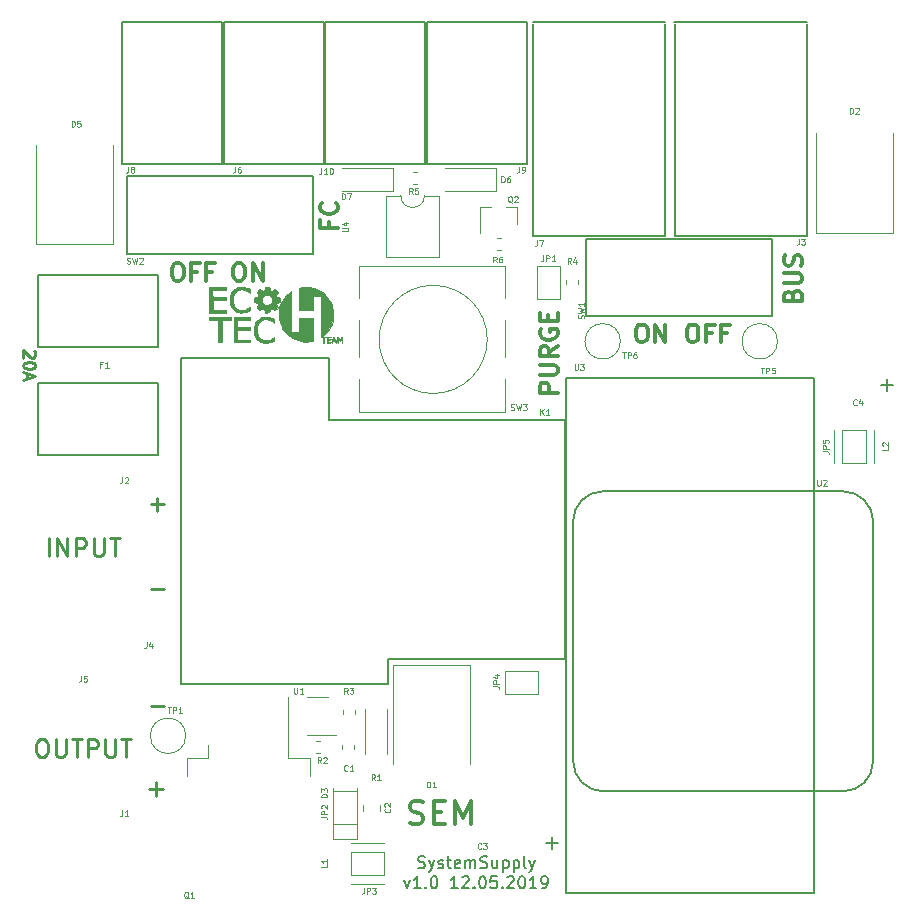
<source format=gto>
G04 #@! TF.GenerationSoftware,KiCad,Pcbnew,(5.0.2)-1*
G04 #@! TF.CreationDate,2019-05-12T17:58:37+02:00*
G04 #@! TF.ProjectId,SystemSupply,53797374-656d-4537-9570-706c792e6b69,rev?*
G04 #@! TF.SameCoordinates,Original*
G04 #@! TF.FileFunction,Legend,Top*
G04 #@! TF.FilePolarity,Positive*
%FSLAX46Y46*%
G04 Gerber Fmt 4.6, Leading zero omitted, Abs format (unit mm)*
G04 Created by KiCad (PCBNEW (5.0.2)-1) date 12.05.2019 17:58:37*
%MOMM*%
%LPD*%
G01*
G04 APERTURE LIST*
%ADD10C,0.200000*%
%ADD11C,0.250000*%
%ADD12C,0.300000*%
%ADD13C,0.010000*%
%ADD14C,0.150000*%
%ADD15C,0.120000*%
%ADD16C,0.100000*%
G04 APERTURE END LIST*
D10*
X94071428Y-161554761D02*
X94214285Y-161602380D01*
X94452380Y-161602380D01*
X94547619Y-161554761D01*
X94595238Y-161507142D01*
X94642857Y-161411904D01*
X94642857Y-161316666D01*
X94595238Y-161221428D01*
X94547619Y-161173809D01*
X94452380Y-161126190D01*
X94261904Y-161078571D01*
X94166666Y-161030952D01*
X94119047Y-160983333D01*
X94071428Y-160888095D01*
X94071428Y-160792857D01*
X94119047Y-160697619D01*
X94166666Y-160650000D01*
X94261904Y-160602380D01*
X94500000Y-160602380D01*
X94642857Y-160650000D01*
X94976190Y-160935714D02*
X95214285Y-161602380D01*
X95452380Y-160935714D02*
X95214285Y-161602380D01*
X95119047Y-161840476D01*
X95071428Y-161888095D01*
X94976190Y-161935714D01*
X95785714Y-161554761D02*
X95880952Y-161602380D01*
X96071428Y-161602380D01*
X96166666Y-161554761D01*
X96214285Y-161459523D01*
X96214285Y-161411904D01*
X96166666Y-161316666D01*
X96071428Y-161269047D01*
X95928571Y-161269047D01*
X95833333Y-161221428D01*
X95785714Y-161126190D01*
X95785714Y-161078571D01*
X95833333Y-160983333D01*
X95928571Y-160935714D01*
X96071428Y-160935714D01*
X96166666Y-160983333D01*
X96500000Y-160935714D02*
X96880952Y-160935714D01*
X96642857Y-160602380D02*
X96642857Y-161459523D01*
X96690476Y-161554761D01*
X96785714Y-161602380D01*
X96880952Y-161602380D01*
X97595238Y-161554761D02*
X97500000Y-161602380D01*
X97309523Y-161602380D01*
X97214285Y-161554761D01*
X97166666Y-161459523D01*
X97166666Y-161078571D01*
X97214285Y-160983333D01*
X97309523Y-160935714D01*
X97500000Y-160935714D01*
X97595238Y-160983333D01*
X97642857Y-161078571D01*
X97642857Y-161173809D01*
X97166666Y-161269047D01*
X98071428Y-161602380D02*
X98071428Y-160935714D01*
X98071428Y-161030952D02*
X98119047Y-160983333D01*
X98214285Y-160935714D01*
X98357142Y-160935714D01*
X98452380Y-160983333D01*
X98500000Y-161078571D01*
X98500000Y-161602380D01*
X98500000Y-161078571D02*
X98547619Y-160983333D01*
X98642857Y-160935714D01*
X98785714Y-160935714D01*
X98880952Y-160983333D01*
X98928571Y-161078571D01*
X98928571Y-161602380D01*
X99357142Y-161554761D02*
X99500000Y-161602380D01*
X99738095Y-161602380D01*
X99833333Y-161554761D01*
X99880952Y-161507142D01*
X99928571Y-161411904D01*
X99928571Y-161316666D01*
X99880952Y-161221428D01*
X99833333Y-161173809D01*
X99738095Y-161126190D01*
X99547619Y-161078571D01*
X99452380Y-161030952D01*
X99404761Y-160983333D01*
X99357142Y-160888095D01*
X99357142Y-160792857D01*
X99404761Y-160697619D01*
X99452380Y-160650000D01*
X99547619Y-160602380D01*
X99785714Y-160602380D01*
X99928571Y-160650000D01*
X100785714Y-160935714D02*
X100785714Y-161602380D01*
X100357142Y-160935714D02*
X100357142Y-161459523D01*
X100404761Y-161554761D01*
X100500000Y-161602380D01*
X100642857Y-161602380D01*
X100738095Y-161554761D01*
X100785714Y-161507142D01*
X101261904Y-160935714D02*
X101261904Y-161935714D01*
X101261904Y-160983333D02*
X101357142Y-160935714D01*
X101547619Y-160935714D01*
X101642857Y-160983333D01*
X101690476Y-161030952D01*
X101738095Y-161126190D01*
X101738095Y-161411904D01*
X101690476Y-161507142D01*
X101642857Y-161554761D01*
X101547619Y-161602380D01*
X101357142Y-161602380D01*
X101261904Y-161554761D01*
X102166666Y-160935714D02*
X102166666Y-161935714D01*
X102166666Y-160983333D02*
X102261904Y-160935714D01*
X102452380Y-160935714D01*
X102547619Y-160983333D01*
X102595238Y-161030952D01*
X102642857Y-161126190D01*
X102642857Y-161411904D01*
X102595238Y-161507142D01*
X102547619Y-161554761D01*
X102452380Y-161602380D01*
X102261904Y-161602380D01*
X102166666Y-161554761D01*
X103214285Y-161602380D02*
X103119047Y-161554761D01*
X103071428Y-161459523D01*
X103071428Y-160602380D01*
X103500000Y-160935714D02*
X103738095Y-161602380D01*
X103976190Y-160935714D02*
X103738095Y-161602380D01*
X103642857Y-161840476D01*
X103595238Y-161888095D01*
X103500000Y-161935714D01*
X92904761Y-162635714D02*
X93142857Y-163302380D01*
X93380952Y-162635714D01*
X94285714Y-163302380D02*
X93714285Y-163302380D01*
X94000000Y-163302380D02*
X94000000Y-162302380D01*
X93904761Y-162445238D01*
X93809523Y-162540476D01*
X93714285Y-162588095D01*
X94714285Y-163207142D02*
X94761904Y-163254761D01*
X94714285Y-163302380D01*
X94666666Y-163254761D01*
X94714285Y-163207142D01*
X94714285Y-163302380D01*
X95380952Y-162302380D02*
X95476190Y-162302380D01*
X95571428Y-162350000D01*
X95619047Y-162397619D01*
X95666666Y-162492857D01*
X95714285Y-162683333D01*
X95714285Y-162921428D01*
X95666666Y-163111904D01*
X95619047Y-163207142D01*
X95571428Y-163254761D01*
X95476190Y-163302380D01*
X95380952Y-163302380D01*
X95285714Y-163254761D01*
X95238095Y-163207142D01*
X95190476Y-163111904D01*
X95142857Y-162921428D01*
X95142857Y-162683333D01*
X95190476Y-162492857D01*
X95238095Y-162397619D01*
X95285714Y-162350000D01*
X95380952Y-162302380D01*
X97428571Y-163302380D02*
X96857142Y-163302380D01*
X97142857Y-163302380D02*
X97142857Y-162302380D01*
X97047619Y-162445238D01*
X96952380Y-162540476D01*
X96857142Y-162588095D01*
X97809523Y-162397619D02*
X97857142Y-162350000D01*
X97952380Y-162302380D01*
X98190476Y-162302380D01*
X98285714Y-162350000D01*
X98333333Y-162397619D01*
X98380952Y-162492857D01*
X98380952Y-162588095D01*
X98333333Y-162730952D01*
X97761904Y-163302380D01*
X98380952Y-163302380D01*
X98809523Y-163207142D02*
X98857142Y-163254761D01*
X98809523Y-163302380D01*
X98761904Y-163254761D01*
X98809523Y-163207142D01*
X98809523Y-163302380D01*
X99476190Y-162302380D02*
X99571428Y-162302380D01*
X99666666Y-162350000D01*
X99714285Y-162397619D01*
X99761904Y-162492857D01*
X99809523Y-162683333D01*
X99809523Y-162921428D01*
X99761904Y-163111904D01*
X99714285Y-163207142D01*
X99666666Y-163254761D01*
X99571428Y-163302380D01*
X99476190Y-163302380D01*
X99380952Y-163254761D01*
X99333333Y-163207142D01*
X99285714Y-163111904D01*
X99238095Y-162921428D01*
X99238095Y-162683333D01*
X99285714Y-162492857D01*
X99333333Y-162397619D01*
X99380952Y-162350000D01*
X99476190Y-162302380D01*
X100714285Y-162302380D02*
X100238095Y-162302380D01*
X100190476Y-162778571D01*
X100238095Y-162730952D01*
X100333333Y-162683333D01*
X100571428Y-162683333D01*
X100666666Y-162730952D01*
X100714285Y-162778571D01*
X100761904Y-162873809D01*
X100761904Y-163111904D01*
X100714285Y-163207142D01*
X100666666Y-163254761D01*
X100571428Y-163302380D01*
X100333333Y-163302380D01*
X100238095Y-163254761D01*
X100190476Y-163207142D01*
X101190476Y-163207142D02*
X101238095Y-163254761D01*
X101190476Y-163302380D01*
X101142857Y-163254761D01*
X101190476Y-163207142D01*
X101190476Y-163302380D01*
X101619047Y-162397619D02*
X101666666Y-162350000D01*
X101761904Y-162302380D01*
X102000000Y-162302380D01*
X102095238Y-162350000D01*
X102142857Y-162397619D01*
X102190476Y-162492857D01*
X102190476Y-162588095D01*
X102142857Y-162730952D01*
X101571428Y-163302380D01*
X102190476Y-163302380D01*
X102809523Y-162302380D02*
X102904761Y-162302380D01*
X103000000Y-162350000D01*
X103047619Y-162397619D01*
X103095238Y-162492857D01*
X103142857Y-162683333D01*
X103142857Y-162921428D01*
X103095238Y-163111904D01*
X103047619Y-163207142D01*
X103000000Y-163254761D01*
X102904761Y-163302380D01*
X102809523Y-163302380D01*
X102714285Y-163254761D01*
X102666666Y-163207142D01*
X102619047Y-163111904D01*
X102571428Y-162921428D01*
X102571428Y-162683333D01*
X102619047Y-162492857D01*
X102666666Y-162397619D01*
X102714285Y-162350000D01*
X102809523Y-162302380D01*
X104095238Y-163302380D02*
X103523809Y-163302380D01*
X103809523Y-163302380D02*
X103809523Y-162302380D01*
X103714285Y-162445238D01*
X103619047Y-162540476D01*
X103523809Y-162588095D01*
X104571428Y-163302380D02*
X104761904Y-163302380D01*
X104857142Y-163254761D01*
X104904761Y-163207142D01*
X105000000Y-163064285D01*
X105047619Y-162873809D01*
X105047619Y-162492857D01*
X105000000Y-162397619D01*
X104952380Y-162350000D01*
X104857142Y-162302380D01*
X104666666Y-162302380D01*
X104571428Y-162350000D01*
X104523809Y-162397619D01*
X104476190Y-162492857D01*
X104476190Y-162730952D01*
X104523809Y-162826190D01*
X104571428Y-162873809D01*
X104666666Y-162921428D01*
X104857142Y-162921428D01*
X104952380Y-162873809D01*
X105000000Y-162826190D01*
X105047619Y-162730952D01*
D11*
X71428571Y-130807142D02*
X72571428Y-130807142D01*
X72000000Y-131378571D02*
X72000000Y-130235714D01*
X71328571Y-154907142D02*
X72471428Y-154907142D01*
X71900000Y-155478571D02*
X71900000Y-154335714D01*
X71428571Y-147907142D02*
X72571428Y-147907142D01*
X71428571Y-138007142D02*
X72571428Y-138007142D01*
X62092857Y-150678571D02*
X62378571Y-150678571D01*
X62521428Y-150750000D01*
X62664285Y-150892857D01*
X62735714Y-151178571D01*
X62735714Y-151678571D01*
X62664285Y-151964285D01*
X62521428Y-152107142D01*
X62378571Y-152178571D01*
X62092857Y-152178571D01*
X61950000Y-152107142D01*
X61807142Y-151964285D01*
X61735714Y-151678571D01*
X61735714Y-151178571D01*
X61807142Y-150892857D01*
X61950000Y-150750000D01*
X62092857Y-150678571D01*
X63378571Y-150678571D02*
X63378571Y-151892857D01*
X63450000Y-152035714D01*
X63521428Y-152107142D01*
X63664285Y-152178571D01*
X63950000Y-152178571D01*
X64092857Y-152107142D01*
X64164285Y-152035714D01*
X64235714Y-151892857D01*
X64235714Y-150678571D01*
X64735714Y-150678571D02*
X65592857Y-150678571D01*
X65164285Y-152178571D02*
X65164285Y-150678571D01*
X66092857Y-152178571D02*
X66092857Y-150678571D01*
X66664285Y-150678571D01*
X66807142Y-150750000D01*
X66878571Y-150821428D01*
X66950000Y-150964285D01*
X66950000Y-151178571D01*
X66878571Y-151321428D01*
X66807142Y-151392857D01*
X66664285Y-151464285D01*
X66092857Y-151464285D01*
X67592857Y-150678571D02*
X67592857Y-151892857D01*
X67664285Y-152035714D01*
X67735714Y-152107142D01*
X67878571Y-152178571D01*
X68164285Y-152178571D01*
X68307142Y-152107142D01*
X68378571Y-152035714D01*
X68450000Y-151892857D01*
X68450000Y-150678571D01*
X68950000Y-150678571D02*
X69807142Y-150678571D01*
X69378571Y-152178571D02*
X69378571Y-150678571D01*
X62807142Y-135178571D02*
X62807142Y-133678571D01*
X63521428Y-135178571D02*
X63521428Y-133678571D01*
X64378571Y-135178571D01*
X64378571Y-133678571D01*
X65092857Y-135178571D02*
X65092857Y-133678571D01*
X65664285Y-133678571D01*
X65807142Y-133750000D01*
X65878571Y-133821428D01*
X65950000Y-133964285D01*
X65950000Y-134178571D01*
X65878571Y-134321428D01*
X65807142Y-134392857D01*
X65664285Y-134464285D01*
X65092857Y-134464285D01*
X66592857Y-133678571D02*
X66592857Y-134892857D01*
X66664285Y-135035714D01*
X66735714Y-135107142D01*
X66878571Y-135178571D01*
X67164285Y-135178571D01*
X67307142Y-135107142D01*
X67378571Y-135035714D01*
X67450000Y-134892857D01*
X67450000Y-133678571D01*
X67950000Y-133678571D02*
X68807142Y-133678571D01*
X68378571Y-135178571D02*
X68378571Y-133678571D01*
D12*
X93380952Y-157809523D02*
X93666666Y-157904761D01*
X94142857Y-157904761D01*
X94333333Y-157809523D01*
X94428571Y-157714285D01*
X94523809Y-157523809D01*
X94523809Y-157333333D01*
X94428571Y-157142857D01*
X94333333Y-157047619D01*
X94142857Y-156952380D01*
X93761904Y-156857142D01*
X93571428Y-156761904D01*
X93476190Y-156666666D01*
X93380952Y-156476190D01*
X93380952Y-156285714D01*
X93476190Y-156095238D01*
X93571428Y-156000000D01*
X93761904Y-155904761D01*
X94238095Y-155904761D01*
X94523809Y-156000000D01*
X95380952Y-156857142D02*
X96047619Y-156857142D01*
X96333333Y-157904761D02*
X95380952Y-157904761D01*
X95380952Y-155904761D01*
X96333333Y-155904761D01*
X97190476Y-157904761D02*
X97190476Y-155904761D01*
X97857142Y-157333333D01*
X98523809Y-155904761D01*
X98523809Y-157904761D01*
X86492857Y-106935714D02*
X86492857Y-107435714D01*
X87278571Y-107435714D02*
X85778571Y-107435714D01*
X85778571Y-106721428D01*
X87135714Y-105292857D02*
X87207142Y-105364285D01*
X87278571Y-105578571D01*
X87278571Y-105721428D01*
X87207142Y-105935714D01*
X87064285Y-106078571D01*
X86921428Y-106150000D01*
X86635714Y-106221428D01*
X86421428Y-106221428D01*
X86135714Y-106150000D01*
X85992857Y-106078571D01*
X85850000Y-105935714D01*
X85778571Y-105721428D01*
X85778571Y-105578571D01*
X85850000Y-105364285D01*
X85921428Y-105292857D01*
X125792857Y-113092857D02*
X125864285Y-112878571D01*
X125935714Y-112807142D01*
X126078571Y-112735714D01*
X126292857Y-112735714D01*
X126435714Y-112807142D01*
X126507142Y-112878571D01*
X126578571Y-113021428D01*
X126578571Y-113592857D01*
X125078571Y-113592857D01*
X125078571Y-113092857D01*
X125150000Y-112950000D01*
X125221428Y-112878571D01*
X125364285Y-112807142D01*
X125507142Y-112807142D01*
X125650000Y-112878571D01*
X125721428Y-112950000D01*
X125792857Y-113092857D01*
X125792857Y-113592857D01*
X125078571Y-112092857D02*
X126292857Y-112092857D01*
X126435714Y-112021428D01*
X126507142Y-111950000D01*
X126578571Y-111807142D01*
X126578571Y-111521428D01*
X126507142Y-111378571D01*
X126435714Y-111307142D01*
X126292857Y-111235714D01*
X125078571Y-111235714D01*
X126507142Y-110592857D02*
X126578571Y-110378571D01*
X126578571Y-110021428D01*
X126507142Y-109878571D01*
X126435714Y-109807142D01*
X126292857Y-109735714D01*
X126150000Y-109735714D01*
X126007142Y-109807142D01*
X125935714Y-109878571D01*
X125864285Y-110021428D01*
X125792857Y-110307142D01*
X125721428Y-110450000D01*
X125650000Y-110521428D01*
X125507142Y-110592857D01*
X125364285Y-110592857D01*
X125221428Y-110521428D01*
X125150000Y-110450000D01*
X125078571Y-110307142D01*
X125078571Y-109950000D01*
X125150000Y-109735714D01*
X112871428Y-115578571D02*
X113157142Y-115578571D01*
X113300000Y-115650000D01*
X113442857Y-115792857D01*
X113514285Y-116078571D01*
X113514285Y-116578571D01*
X113442857Y-116864285D01*
X113300000Y-117007142D01*
X113157142Y-117078571D01*
X112871428Y-117078571D01*
X112728571Y-117007142D01*
X112585714Y-116864285D01*
X112514285Y-116578571D01*
X112514285Y-116078571D01*
X112585714Y-115792857D01*
X112728571Y-115650000D01*
X112871428Y-115578571D01*
X114157142Y-117078571D02*
X114157142Y-115578571D01*
X115014285Y-117078571D01*
X115014285Y-115578571D01*
X117171428Y-115578571D02*
X117457142Y-115578571D01*
X117600000Y-115650000D01*
X117742857Y-115792857D01*
X117814285Y-116078571D01*
X117814285Y-116578571D01*
X117742857Y-116864285D01*
X117600000Y-117007142D01*
X117457142Y-117078571D01*
X117171428Y-117078571D01*
X117028571Y-117007142D01*
X116885714Y-116864285D01*
X116814285Y-116578571D01*
X116814285Y-116078571D01*
X116885714Y-115792857D01*
X117028571Y-115650000D01*
X117171428Y-115578571D01*
X118957142Y-116292857D02*
X118457142Y-116292857D01*
X118457142Y-117078571D02*
X118457142Y-115578571D01*
X119171428Y-115578571D01*
X120242857Y-116292857D02*
X119742857Y-116292857D01*
X119742857Y-117078571D02*
X119742857Y-115578571D01*
X120457142Y-115578571D01*
X105878571Y-121357142D02*
X104378571Y-121357142D01*
X104378571Y-120785714D01*
X104450000Y-120642857D01*
X104521428Y-120571428D01*
X104664285Y-120500000D01*
X104878571Y-120500000D01*
X105021428Y-120571428D01*
X105092857Y-120642857D01*
X105164285Y-120785714D01*
X105164285Y-121357142D01*
X104378571Y-119857142D02*
X105592857Y-119857142D01*
X105735714Y-119785714D01*
X105807142Y-119714285D01*
X105878571Y-119571428D01*
X105878571Y-119285714D01*
X105807142Y-119142857D01*
X105735714Y-119071428D01*
X105592857Y-119000000D01*
X104378571Y-119000000D01*
X105878571Y-117428571D02*
X105164285Y-117928571D01*
X105878571Y-118285714D02*
X104378571Y-118285714D01*
X104378571Y-117714285D01*
X104450000Y-117571428D01*
X104521428Y-117500000D01*
X104664285Y-117428571D01*
X104878571Y-117428571D01*
X105021428Y-117500000D01*
X105092857Y-117571428D01*
X105164285Y-117714285D01*
X105164285Y-118285714D01*
X104450000Y-116000000D02*
X104378571Y-116142857D01*
X104378571Y-116357142D01*
X104450000Y-116571428D01*
X104592857Y-116714285D01*
X104735714Y-116785714D01*
X105021428Y-116857142D01*
X105235714Y-116857142D01*
X105521428Y-116785714D01*
X105664285Y-116714285D01*
X105807142Y-116571428D01*
X105878571Y-116357142D01*
X105878571Y-116214285D01*
X105807142Y-116000000D01*
X105735714Y-115928571D01*
X105235714Y-115928571D01*
X105235714Y-116214285D01*
X105092857Y-115285714D02*
X105092857Y-114785714D01*
X105878571Y-114571428D02*
X105878571Y-115285714D01*
X104378571Y-115285714D01*
X104378571Y-114571428D01*
X73571428Y-110378571D02*
X73857142Y-110378571D01*
X74000000Y-110450000D01*
X74142857Y-110592857D01*
X74214285Y-110878571D01*
X74214285Y-111378571D01*
X74142857Y-111664285D01*
X74000000Y-111807142D01*
X73857142Y-111878571D01*
X73571428Y-111878571D01*
X73428571Y-111807142D01*
X73285714Y-111664285D01*
X73214285Y-111378571D01*
X73214285Y-110878571D01*
X73285714Y-110592857D01*
X73428571Y-110450000D01*
X73571428Y-110378571D01*
X75357142Y-111092857D02*
X74857142Y-111092857D01*
X74857142Y-111878571D02*
X74857142Y-110378571D01*
X75571428Y-110378571D01*
X76642857Y-111092857D02*
X76142857Y-111092857D01*
X76142857Y-111878571D02*
X76142857Y-110378571D01*
X76857142Y-110378571D01*
X78771428Y-110378571D02*
X79057142Y-110378571D01*
X79200000Y-110450000D01*
X79342857Y-110592857D01*
X79414285Y-110878571D01*
X79414285Y-111378571D01*
X79342857Y-111664285D01*
X79200000Y-111807142D01*
X79057142Y-111878571D01*
X78771428Y-111878571D01*
X78628571Y-111807142D01*
X78485714Y-111664285D01*
X78414285Y-111378571D01*
X78414285Y-110878571D01*
X78485714Y-110592857D01*
X78628571Y-110450000D01*
X78771428Y-110378571D01*
X80057142Y-111878571D02*
X80057142Y-110378571D01*
X80914285Y-111878571D01*
X80914285Y-110378571D01*
D11*
X61552380Y-117809523D02*
X61600000Y-117857142D01*
X61647619Y-117952380D01*
X61647619Y-118190476D01*
X61600000Y-118285714D01*
X61552380Y-118333333D01*
X61457142Y-118380952D01*
X61361904Y-118380952D01*
X61219047Y-118333333D01*
X60647619Y-117761904D01*
X60647619Y-118380952D01*
X61647619Y-119000000D02*
X61647619Y-119095238D01*
X61600000Y-119190476D01*
X61552380Y-119238095D01*
X61457142Y-119285714D01*
X61266666Y-119333333D01*
X61028571Y-119333333D01*
X60838095Y-119285714D01*
X60742857Y-119238095D01*
X60695238Y-119190476D01*
X60647619Y-119095238D01*
X60647619Y-119000000D01*
X60695238Y-118904761D01*
X60742857Y-118857142D01*
X60838095Y-118809523D01*
X61028571Y-118761904D01*
X61266666Y-118761904D01*
X61457142Y-118809523D01*
X61552380Y-118857142D01*
X61600000Y-118904761D01*
X61647619Y-119000000D01*
X60933333Y-119714285D02*
X60933333Y-120190476D01*
X60647619Y-119619047D02*
X61647619Y-119952380D01*
X60647619Y-120285714D01*
D13*
G04 #@! TO.C,G1*
G36*
X81276990Y-114928601D02*
X81393482Y-114939822D01*
X81495562Y-114959344D01*
X81499494Y-114960368D01*
X81545249Y-114973897D01*
X81603356Y-114993166D01*
X81667882Y-115015966D01*
X81732894Y-115040088D01*
X81792458Y-115063322D01*
X81840641Y-115083459D01*
X81871510Y-115098289D01*
X81874329Y-115099949D01*
X81881537Y-115111973D01*
X81885922Y-115139394D01*
X81887725Y-115185368D01*
X81887188Y-115253049D01*
X81886933Y-115264753D01*
X81883350Y-115419554D01*
X81794450Y-115354161D01*
X81683283Y-115282393D01*
X81561827Y-115221376D01*
X81440037Y-115175901D01*
X81401893Y-115165228D01*
X81311736Y-115148657D01*
X81211152Y-115140579D01*
X81109695Y-115141113D01*
X81016917Y-115150379D01*
X80970783Y-115159819D01*
X80851597Y-115203039D01*
X80745561Y-115267046D01*
X80653485Y-115350425D01*
X80576179Y-115451764D01*
X80514453Y-115569647D01*
X80469116Y-115702660D01*
X80440980Y-115849391D01*
X80430852Y-116008424D01*
X80433136Y-116098550D01*
X80451536Y-116261940D01*
X80487535Y-116408788D01*
X80540666Y-116538449D01*
X80610464Y-116650280D01*
X80696464Y-116743640D01*
X80798201Y-116817884D01*
X80915208Y-116872371D01*
X81013400Y-116900030D01*
X81102008Y-116911832D01*
X81203792Y-116914048D01*
X81308548Y-116907018D01*
X81406072Y-116891083D01*
X81426150Y-116886261D01*
X81511945Y-116857444D01*
X81606631Y-116814298D01*
X81701824Y-116761121D01*
X81789145Y-116702211D01*
X81797625Y-116695784D01*
X81889700Y-116625136D01*
X81889700Y-116939339D01*
X81803975Y-116978546D01*
X81708768Y-117020423D01*
X81626765Y-117052385D01*
X81549367Y-117077543D01*
X81477694Y-117096660D01*
X81407362Y-117109870D01*
X81321862Y-117119885D01*
X81229390Y-117126294D01*
X81138141Y-117128682D01*
X81056308Y-117126637D01*
X80998337Y-117120803D01*
X80859413Y-117092111D01*
X80739152Y-117052070D01*
X80632404Y-116998158D01*
X80534016Y-116927858D01*
X80454600Y-116854840D01*
X80371045Y-116762331D01*
X80311421Y-116677767D01*
X80299869Y-116657132D01*
X80243769Y-116527402D01*
X80202377Y-116381774D01*
X80175976Y-116225256D01*
X80164850Y-116062856D01*
X80169283Y-115899582D01*
X80189557Y-115740444D01*
X80225957Y-115590450D01*
X80237493Y-115555303D01*
X80299838Y-115412269D01*
X80381398Y-115285378D01*
X80480935Y-115175713D01*
X80597213Y-115084354D01*
X80728995Y-115012380D01*
X80875046Y-114960873D01*
X80933759Y-114946947D01*
X81037857Y-114931944D01*
X81155357Y-114925902D01*
X81276990Y-114928601D01*
X81276990Y-114928601D01*
G37*
X81276990Y-114928601D02*
X81393482Y-114939822D01*
X81495562Y-114959344D01*
X81499494Y-114960368D01*
X81545249Y-114973897D01*
X81603356Y-114993166D01*
X81667882Y-115015966D01*
X81732894Y-115040088D01*
X81792458Y-115063322D01*
X81840641Y-115083459D01*
X81871510Y-115098289D01*
X81874329Y-115099949D01*
X81881537Y-115111973D01*
X81885922Y-115139394D01*
X81887725Y-115185368D01*
X81887188Y-115253049D01*
X81886933Y-115264753D01*
X81883350Y-115419554D01*
X81794450Y-115354161D01*
X81683283Y-115282393D01*
X81561827Y-115221376D01*
X81440037Y-115175901D01*
X81401893Y-115165228D01*
X81311736Y-115148657D01*
X81211152Y-115140579D01*
X81109695Y-115141113D01*
X81016917Y-115150379D01*
X80970783Y-115159819D01*
X80851597Y-115203039D01*
X80745561Y-115267046D01*
X80653485Y-115350425D01*
X80576179Y-115451764D01*
X80514453Y-115569647D01*
X80469116Y-115702660D01*
X80440980Y-115849391D01*
X80430852Y-116008424D01*
X80433136Y-116098550D01*
X80451536Y-116261940D01*
X80487535Y-116408788D01*
X80540666Y-116538449D01*
X80610464Y-116650280D01*
X80696464Y-116743640D01*
X80798201Y-116817884D01*
X80915208Y-116872371D01*
X81013400Y-116900030D01*
X81102008Y-116911832D01*
X81203792Y-116914048D01*
X81308548Y-116907018D01*
X81406072Y-116891083D01*
X81426150Y-116886261D01*
X81511945Y-116857444D01*
X81606631Y-116814298D01*
X81701824Y-116761121D01*
X81789145Y-116702211D01*
X81797625Y-116695784D01*
X81889700Y-116625136D01*
X81889700Y-116939339D01*
X81803975Y-116978546D01*
X81708768Y-117020423D01*
X81626765Y-117052385D01*
X81549367Y-117077543D01*
X81477694Y-117096660D01*
X81407362Y-117109870D01*
X81321862Y-117119885D01*
X81229390Y-117126294D01*
X81138141Y-117128682D01*
X81056308Y-117126637D01*
X80998337Y-117120803D01*
X80859413Y-117092111D01*
X80739152Y-117052070D01*
X80632404Y-116998158D01*
X80534016Y-116927858D01*
X80454600Y-116854840D01*
X80371045Y-116762331D01*
X80311421Y-116677767D01*
X80299869Y-116657132D01*
X80243769Y-116527402D01*
X80202377Y-116381774D01*
X80175976Y-116225256D01*
X80164850Y-116062856D01*
X80169283Y-115899582D01*
X80189557Y-115740444D01*
X80225957Y-115590450D01*
X80237493Y-115555303D01*
X80299838Y-115412269D01*
X80381398Y-115285378D01*
X80480935Y-115175713D01*
X80597213Y-115084354D01*
X80728995Y-115012380D01*
X80875046Y-114960873D01*
X80933759Y-114946947D01*
X81037857Y-114931944D01*
X81155357Y-114925902D01*
X81276990Y-114928601D01*
G36*
X84694050Y-112403607D02*
X84915489Y-112424304D01*
X85132817Y-112464693D01*
X85341298Y-112524542D01*
X85343101Y-112525162D01*
X85431617Y-112559303D01*
X85532635Y-112604269D01*
X85639009Y-112656394D01*
X85743596Y-112712009D01*
X85839248Y-112767448D01*
X85918823Y-112819041D01*
X85927283Y-112825037D01*
X86078831Y-112944820D01*
X86225568Y-113082033D01*
X86361912Y-113230756D01*
X86482277Y-113385070D01*
X86547299Y-113482350D01*
X86663995Y-113692844D01*
X86757167Y-113910901D01*
X86826924Y-114134777D01*
X86873376Y-114362731D01*
X86896635Y-114593020D01*
X86896810Y-114823903D01*
X86874011Y-115053637D01*
X86828349Y-115280480D01*
X86759933Y-115502691D01*
X86668874Y-115718527D01*
X86555282Y-115926246D01*
X86419267Y-116124106D01*
X86376821Y-116177945D01*
X86303951Y-116262310D01*
X86222044Y-116348144D01*
X86137282Y-116429453D01*
X86055845Y-116500245D01*
X86000026Y-116543292D01*
X85964569Y-116569951D01*
X85939047Y-116591491D01*
X85928915Y-116603303D01*
X85928909Y-116603375D01*
X85940617Y-116606816D01*
X85973174Y-116609703D01*
X86022028Y-116611790D01*
X86082632Y-116612829D01*
X86103983Y-116612900D01*
X86175207Y-116613287D01*
X86224697Y-116614716D01*
X86256111Y-116617581D01*
X86273108Y-116622280D01*
X86279345Y-116629209D01*
X86279666Y-116631950D01*
X86274336Y-116642423D01*
X86255215Y-116648354D01*
X86217603Y-116650777D01*
X86193176Y-116651000D01*
X86106686Y-116651000D01*
X86103218Y-116876261D01*
X86101667Y-116958406D01*
X86099695Y-117018494D01*
X86096963Y-117059867D01*
X86093134Y-117085870D01*
X86087869Y-117099844D01*
X86080831Y-117105132D01*
X86080080Y-117105300D01*
X86057502Y-117103725D01*
X86051505Y-117100172D01*
X86048597Y-117085139D01*
X86046087Y-117049014D01*
X86044142Y-116996103D01*
X86042929Y-116930715D01*
X86042600Y-116871133D01*
X86042600Y-116651000D01*
X85835200Y-116651000D01*
X85843514Y-114923800D01*
X85851828Y-113196599D01*
X85515414Y-113196600D01*
X85179000Y-113196600D01*
X85176037Y-113707775D01*
X85175375Y-113823117D01*
X85174755Y-113933710D01*
X85174192Y-114036239D01*
X85173706Y-114127392D01*
X85173312Y-114203855D01*
X85173030Y-114262316D01*
X85172877Y-114299462D01*
X85172862Y-114304696D01*
X85172650Y-114390443D01*
X84585275Y-114390421D01*
X83997900Y-114390400D01*
X83997900Y-112475715D01*
X84052424Y-112461986D01*
X84257781Y-112422216D01*
X84473235Y-112402833D01*
X84694050Y-112403607D01*
X84694050Y-112403607D01*
G37*
X84694050Y-112403607D02*
X84915489Y-112424304D01*
X85132817Y-112464693D01*
X85341298Y-112524542D01*
X85343101Y-112525162D01*
X85431617Y-112559303D01*
X85532635Y-112604269D01*
X85639009Y-112656394D01*
X85743596Y-112712009D01*
X85839248Y-112767448D01*
X85918823Y-112819041D01*
X85927283Y-112825037D01*
X86078831Y-112944820D01*
X86225568Y-113082033D01*
X86361912Y-113230756D01*
X86482277Y-113385070D01*
X86547299Y-113482350D01*
X86663995Y-113692844D01*
X86757167Y-113910901D01*
X86826924Y-114134777D01*
X86873376Y-114362731D01*
X86896635Y-114593020D01*
X86896810Y-114823903D01*
X86874011Y-115053637D01*
X86828349Y-115280480D01*
X86759933Y-115502691D01*
X86668874Y-115718527D01*
X86555282Y-115926246D01*
X86419267Y-116124106D01*
X86376821Y-116177945D01*
X86303951Y-116262310D01*
X86222044Y-116348144D01*
X86137282Y-116429453D01*
X86055845Y-116500245D01*
X86000026Y-116543292D01*
X85964569Y-116569951D01*
X85939047Y-116591491D01*
X85928915Y-116603303D01*
X85928909Y-116603375D01*
X85940617Y-116606816D01*
X85973174Y-116609703D01*
X86022028Y-116611790D01*
X86082632Y-116612829D01*
X86103983Y-116612900D01*
X86175207Y-116613287D01*
X86224697Y-116614716D01*
X86256111Y-116617581D01*
X86273108Y-116622280D01*
X86279345Y-116629209D01*
X86279666Y-116631950D01*
X86274336Y-116642423D01*
X86255215Y-116648354D01*
X86217603Y-116650777D01*
X86193176Y-116651000D01*
X86106686Y-116651000D01*
X86103218Y-116876261D01*
X86101667Y-116958406D01*
X86099695Y-117018494D01*
X86096963Y-117059867D01*
X86093134Y-117085870D01*
X86087869Y-117099844D01*
X86080831Y-117105132D01*
X86080080Y-117105300D01*
X86057502Y-117103725D01*
X86051505Y-117100172D01*
X86048597Y-117085139D01*
X86046087Y-117049014D01*
X86044142Y-116996103D01*
X86042929Y-116930715D01*
X86042600Y-116871133D01*
X86042600Y-116651000D01*
X85835200Y-116651000D01*
X85843514Y-114923800D01*
X85851828Y-113196599D01*
X85515414Y-113196600D01*
X85179000Y-113196600D01*
X85176037Y-113707775D01*
X85175375Y-113823117D01*
X85174755Y-113933710D01*
X85174192Y-114036239D01*
X85173706Y-114127392D01*
X85173312Y-114203855D01*
X85173030Y-114262316D01*
X85172877Y-114299462D01*
X85172862Y-114304696D01*
X85172650Y-114390443D01*
X84585275Y-114390421D01*
X83997900Y-114390400D01*
X83997900Y-112475715D01*
X84052424Y-112461986D01*
X84257781Y-112422216D01*
X84473235Y-112402833D01*
X84694050Y-112403607D01*
G36*
X86586097Y-116613349D02*
X86631776Y-116615004D01*
X86659706Y-116618322D01*
X86673707Y-116623761D01*
X86677599Y-116631781D01*
X86677600Y-116631950D01*
X86673511Y-116640649D01*
X86658513Y-116646308D01*
X86628505Y-116649513D01*
X86579386Y-116650849D01*
X86544250Y-116651000D01*
X86410900Y-116651000D01*
X86410900Y-116816100D01*
X86537900Y-116816100D01*
X86597122Y-116816729D01*
X86635144Y-116819035D01*
X86656144Y-116823645D01*
X86664298Y-116831185D01*
X86664900Y-116835150D01*
X86660703Y-116844033D01*
X86645327Y-116849736D01*
X86614595Y-116852886D01*
X86564329Y-116854109D01*
X86537900Y-116854200D01*
X86410900Y-116854200D01*
X86410900Y-117057400D01*
X86545181Y-117057400D01*
X86605003Y-117057778D01*
X86643679Y-117059396D01*
X86665459Y-117062981D01*
X86674591Y-117069260D01*
X86675324Y-117078957D01*
X86675201Y-117079625D01*
X86670631Y-117089100D01*
X86658408Y-117095698D01*
X86634353Y-117100092D01*
X86594288Y-117102958D01*
X86534036Y-117104971D01*
X86515520Y-117105415D01*
X86360100Y-117108981D01*
X86360100Y-116612900D01*
X86518850Y-116612900D01*
X86586097Y-116613349D01*
X86586097Y-116613349D01*
G37*
X86586097Y-116613349D02*
X86631776Y-116615004D01*
X86659706Y-116618322D01*
X86673707Y-116623761D01*
X86677599Y-116631781D01*
X86677600Y-116631950D01*
X86673511Y-116640649D01*
X86658513Y-116646308D01*
X86628505Y-116649513D01*
X86579386Y-116650849D01*
X86544250Y-116651000D01*
X86410900Y-116651000D01*
X86410900Y-116816100D01*
X86537900Y-116816100D01*
X86597122Y-116816729D01*
X86635144Y-116819035D01*
X86656144Y-116823645D01*
X86664298Y-116831185D01*
X86664900Y-116835150D01*
X86660703Y-116844033D01*
X86645327Y-116849736D01*
X86614595Y-116852886D01*
X86564329Y-116854109D01*
X86537900Y-116854200D01*
X86410900Y-116854200D01*
X86410900Y-117057400D01*
X86545181Y-117057400D01*
X86605003Y-117057778D01*
X86643679Y-117059396D01*
X86665459Y-117062981D01*
X86674591Y-117069260D01*
X86675324Y-117078957D01*
X86675201Y-117079625D01*
X86670631Y-117089100D01*
X86658408Y-117095698D01*
X86634353Y-117100092D01*
X86594288Y-117102958D01*
X86534036Y-117104971D01*
X86515520Y-117105415D01*
X86360100Y-117108981D01*
X86360100Y-116612900D01*
X86518850Y-116612900D01*
X86586097Y-116613349D01*
G36*
X87065170Y-116849673D02*
X87092455Y-116922831D01*
X87116765Y-116987916D01*
X87136688Y-117041155D01*
X87150812Y-117078776D01*
X87157726Y-117097007D01*
X87158083Y-117097907D01*
X87150792Y-117105747D01*
X87132604Y-117108200D01*
X87114205Y-117104140D01*
X87099455Y-117088409D01*
X87084268Y-117055674D01*
X87076633Y-117035175D01*
X87050375Y-116962150D01*
X86826420Y-116962150D01*
X86800347Y-117035175D01*
X86781505Y-117080254D01*
X86764346Y-117103373D01*
X86751337Y-117108200D01*
X86732464Y-117100989D01*
X86729106Y-117092325D01*
X86733609Y-117075934D01*
X86745723Y-117039761D01*
X86764049Y-116987772D01*
X86787188Y-116923934D01*
X86793573Y-116906684D01*
X86846783Y-116906684D01*
X86854731Y-116913349D01*
X86877308Y-116916621D01*
X86919133Y-116917654D01*
X86937950Y-116917700D01*
X86987144Y-116917153D01*
X87015569Y-116914744D01*
X87027845Y-116909322D01*
X87028592Y-116899734D01*
X87027102Y-116895475D01*
X87018886Y-116873825D01*
X87004595Y-116835297D01*
X86986817Y-116786887D01*
X86979849Y-116767802D01*
X86962383Y-116721517D01*
X86948057Y-116686572D01*
X86939024Y-116668089D01*
X86937235Y-116666530D01*
X86931207Y-116679536D01*
X86918739Y-116710609D01*
X86902129Y-116753964D01*
X86895386Y-116771978D01*
X86876966Y-116821310D01*
X86861133Y-116863387D01*
X86850593Y-116891022D01*
X86848847Y-116895475D01*
X86846783Y-116906684D01*
X86793573Y-116906684D01*
X86813739Y-116852212D01*
X86815371Y-116847850D01*
X86845106Y-116768780D01*
X86867733Y-116710347D01*
X86884945Y-116669360D01*
X86898436Y-116642630D01*
X86909898Y-116626966D01*
X86921024Y-116619179D01*
X86933510Y-116616078D01*
X86938711Y-116615490D01*
X86976491Y-116611731D01*
X87065170Y-116849673D01*
X87065170Y-116849673D01*
G37*
X87065170Y-116849673D02*
X87092455Y-116922831D01*
X87116765Y-116987916D01*
X87136688Y-117041155D01*
X87150812Y-117078776D01*
X87157726Y-117097007D01*
X87158083Y-117097907D01*
X87150792Y-117105747D01*
X87132604Y-117108200D01*
X87114205Y-117104140D01*
X87099455Y-117088409D01*
X87084268Y-117055674D01*
X87076633Y-117035175D01*
X87050375Y-116962150D01*
X86826420Y-116962150D01*
X86800347Y-117035175D01*
X86781505Y-117080254D01*
X86764346Y-117103373D01*
X86751337Y-117108200D01*
X86732464Y-117100989D01*
X86729106Y-117092325D01*
X86733609Y-117075934D01*
X86745723Y-117039761D01*
X86764049Y-116987772D01*
X86787188Y-116923934D01*
X86793573Y-116906684D01*
X86846783Y-116906684D01*
X86854731Y-116913349D01*
X86877308Y-116916621D01*
X86919133Y-116917654D01*
X86937950Y-116917700D01*
X86987144Y-116917153D01*
X87015569Y-116914744D01*
X87027845Y-116909322D01*
X87028592Y-116899734D01*
X87027102Y-116895475D01*
X87018886Y-116873825D01*
X87004595Y-116835297D01*
X86986817Y-116786887D01*
X86979849Y-116767802D01*
X86962383Y-116721517D01*
X86948057Y-116686572D01*
X86939024Y-116668089D01*
X86937235Y-116666530D01*
X86931207Y-116679536D01*
X86918739Y-116710609D01*
X86902129Y-116753964D01*
X86895386Y-116771978D01*
X86876966Y-116821310D01*
X86861133Y-116863387D01*
X86850593Y-116891022D01*
X86848847Y-116895475D01*
X86846783Y-116906684D01*
X86793573Y-116906684D01*
X86813739Y-116852212D01*
X86815371Y-116847850D01*
X86845106Y-116768780D01*
X86867733Y-116710347D01*
X86884945Y-116669360D01*
X86898436Y-116642630D01*
X86909898Y-116626966D01*
X86921024Y-116619179D01*
X86933510Y-116616078D01*
X86938711Y-116615490D01*
X86976491Y-116611731D01*
X87065170Y-116849673D01*
G36*
X87287580Y-116614697D02*
X87301509Y-116622594D01*
X87316374Y-116640346D01*
X87334983Y-116671711D01*
X87360139Y-116720444D01*
X87376100Y-116752600D01*
X87403055Y-116806100D01*
X87426301Y-116850133D01*
X87443447Y-116880313D01*
X87452102Y-116892258D01*
X87452300Y-116892300D01*
X87460369Y-116881589D01*
X87477073Y-116852380D01*
X87500020Y-116809055D01*
X87526820Y-116755999D01*
X87528500Y-116752600D01*
X87557995Y-116693743D01*
X87579536Y-116654138D01*
X87595928Y-116630029D01*
X87609976Y-116617659D01*
X87624485Y-116613273D01*
X87632814Y-116612900D01*
X87668200Y-116612900D01*
X87668200Y-116860550D01*
X87668090Y-116945614D01*
X87667539Y-117008592D01*
X87666210Y-117052795D01*
X87663767Y-117081535D01*
X87659875Y-117098127D01*
X87654198Y-117105881D01*
X87646400Y-117108111D01*
X87643099Y-117108200D01*
X87633976Y-117106937D01*
X87627288Y-117100801D01*
X87622576Y-117086272D01*
X87619379Y-117059828D01*
X87617237Y-117017948D01*
X87615688Y-116957112D01*
X87614524Y-116889732D01*
X87611050Y-116671264D01*
X87538506Y-116819882D01*
X87510495Y-116875321D01*
X87485423Y-116921367D01*
X87465757Y-116953735D01*
X87453964Y-116968144D01*
X87452884Y-116968500D01*
X87442602Y-116957788D01*
X87423703Y-116928472D01*
X87398702Y-116884779D01*
X87370112Y-116830935D01*
X87364161Y-116819275D01*
X87288517Y-116670050D01*
X87287858Y-116889125D01*
X87287488Y-116968450D01*
X87286649Y-117025897D01*
X87284922Y-117064986D01*
X87281887Y-117089239D01*
X87277127Y-117102177D01*
X87270222Y-117107322D01*
X87261800Y-117108200D01*
X87253076Y-117107181D01*
X87246619Y-117101916D01*
X87242086Y-117089091D01*
X87239139Y-117065390D01*
X87237437Y-117027500D01*
X87236641Y-116972106D01*
X87236410Y-116895895D01*
X87236400Y-116860550D01*
X87236400Y-116612900D01*
X87271785Y-116612900D01*
X87287580Y-116614697D01*
X87287580Y-116614697D01*
G37*
X87287580Y-116614697D02*
X87301509Y-116622594D01*
X87316374Y-116640346D01*
X87334983Y-116671711D01*
X87360139Y-116720444D01*
X87376100Y-116752600D01*
X87403055Y-116806100D01*
X87426301Y-116850133D01*
X87443447Y-116880313D01*
X87452102Y-116892258D01*
X87452300Y-116892300D01*
X87460369Y-116881589D01*
X87477073Y-116852380D01*
X87500020Y-116809055D01*
X87526820Y-116755999D01*
X87528500Y-116752600D01*
X87557995Y-116693743D01*
X87579536Y-116654138D01*
X87595928Y-116630029D01*
X87609976Y-116617659D01*
X87624485Y-116613273D01*
X87632814Y-116612900D01*
X87668200Y-116612900D01*
X87668200Y-116860550D01*
X87668090Y-116945614D01*
X87667539Y-117008592D01*
X87666210Y-117052795D01*
X87663767Y-117081535D01*
X87659875Y-117098127D01*
X87654198Y-117105881D01*
X87646400Y-117108111D01*
X87643099Y-117108200D01*
X87633976Y-117106937D01*
X87627288Y-117100801D01*
X87622576Y-117086272D01*
X87619379Y-117059828D01*
X87617237Y-117017948D01*
X87615688Y-116957112D01*
X87614524Y-116889732D01*
X87611050Y-116671264D01*
X87538506Y-116819882D01*
X87510495Y-116875321D01*
X87485423Y-116921367D01*
X87465757Y-116953735D01*
X87453964Y-116968144D01*
X87452884Y-116968500D01*
X87442602Y-116957788D01*
X87423703Y-116928472D01*
X87398702Y-116884779D01*
X87370112Y-116830935D01*
X87364161Y-116819275D01*
X87288517Y-116670050D01*
X87287858Y-116889125D01*
X87287488Y-116968450D01*
X87286649Y-117025897D01*
X87284922Y-117064986D01*
X87281887Y-117089239D01*
X87277127Y-117102177D01*
X87270222Y-117107322D01*
X87261800Y-117108200D01*
X87253076Y-117107181D01*
X87246619Y-117101916D01*
X87242086Y-117089091D01*
X87239139Y-117065390D01*
X87237437Y-117027500D01*
X87236641Y-116972106D01*
X87236410Y-116895895D01*
X87236400Y-116860550D01*
X87236400Y-116612900D01*
X87271785Y-116612900D01*
X87287580Y-116614697D01*
G36*
X78194000Y-115177800D02*
X77432000Y-115177800D01*
X77432000Y-117095500D01*
X77165300Y-117095500D01*
X77165300Y-115177800D01*
X76409650Y-115177800D01*
X76409650Y-114961900D01*
X78194000Y-114961900D01*
X78194000Y-115177800D01*
X78194000Y-115177800D01*
G37*
X78194000Y-115177800D02*
X77432000Y-115177800D01*
X77432000Y-117095500D01*
X77165300Y-117095500D01*
X77165300Y-115177800D01*
X76409650Y-115177800D01*
X76409650Y-114961900D01*
X78194000Y-114961900D01*
X78194000Y-115177800D01*
G36*
X79883100Y-115177800D02*
X78752800Y-115177800D01*
X78752800Y-115812800D01*
X79857700Y-115812800D01*
X79857700Y-116041400D01*
X78752800Y-116041400D01*
X78752800Y-116866900D01*
X79883100Y-116866900D01*
X79883100Y-117095500D01*
X78498800Y-117095500D01*
X78498800Y-114961900D01*
X79883100Y-114961900D01*
X79883100Y-115177800D01*
X79883100Y-115177800D01*
G37*
X79883100Y-115177800D02*
X78752800Y-115177800D01*
X78752800Y-115812800D01*
X79857700Y-115812800D01*
X79857700Y-116041400D01*
X78752800Y-116041400D01*
X78752800Y-116866900D01*
X79883100Y-116866900D01*
X79883100Y-117095500D01*
X78498800Y-117095500D01*
X78498800Y-114961900D01*
X79883100Y-114961900D01*
X79883100Y-115177800D01*
G36*
X83321670Y-114502717D02*
X83324890Y-116231900D01*
X83997900Y-116231900D01*
X83997900Y-115063500D01*
X85166300Y-115063500D01*
X85166300Y-116953764D01*
X85080575Y-116972983D01*
X84949054Y-116997051D01*
X84804127Y-117014274D01*
X84655323Y-117024001D01*
X84512171Y-117025581D01*
X84397950Y-117019669D01*
X84152608Y-116985531D01*
X83917144Y-116928070D01*
X83692073Y-116847533D01*
X83477907Y-116744165D01*
X83275160Y-116618210D01*
X83084345Y-116469915D01*
X82918400Y-116312535D01*
X82787635Y-116166110D01*
X82675647Y-116016863D01*
X82576425Y-115856422D01*
X82532458Y-115774700D01*
X82432015Y-115553198D01*
X82355996Y-115326519D01*
X82304311Y-115096135D01*
X82276870Y-114863518D01*
X82273582Y-114630141D01*
X82294358Y-114397477D01*
X82339108Y-114166998D01*
X82407742Y-113940177D01*
X82500169Y-113718486D01*
X82616299Y-113503399D01*
X82677168Y-113407808D01*
X82747617Y-113311718D01*
X82834067Y-113208512D01*
X82930777Y-113104205D01*
X83032007Y-113004812D01*
X83132014Y-112916348D01*
X83190768Y-112869716D01*
X83318450Y-112773535D01*
X83321670Y-114502717D01*
X83321670Y-114502717D01*
G37*
X83321670Y-114502717D02*
X83324890Y-116231900D01*
X83997900Y-116231900D01*
X83997900Y-115063500D01*
X85166300Y-115063500D01*
X85166300Y-116953764D01*
X85080575Y-116972983D01*
X84949054Y-116997051D01*
X84804127Y-117014274D01*
X84655323Y-117024001D01*
X84512171Y-117025581D01*
X84397950Y-117019669D01*
X84152608Y-116985531D01*
X83917144Y-116928070D01*
X83692073Y-116847533D01*
X83477907Y-116744165D01*
X83275160Y-116618210D01*
X83084345Y-116469915D01*
X82918400Y-116312535D01*
X82787635Y-116166110D01*
X82675647Y-116016863D01*
X82576425Y-115856422D01*
X82532458Y-115774700D01*
X82432015Y-115553198D01*
X82355996Y-115326519D01*
X82304311Y-115096135D01*
X82276870Y-114863518D01*
X82273582Y-114630141D01*
X82294358Y-114397477D01*
X82339108Y-114166998D01*
X82407742Y-113940177D01*
X82500169Y-113718486D01*
X82616299Y-113503399D01*
X82677168Y-113407808D01*
X82747617Y-113311718D01*
X82834067Y-113208512D01*
X82930777Y-113104205D01*
X83032007Y-113004812D01*
X83132014Y-112916348D01*
X83190768Y-112869716D01*
X83318450Y-112773535D01*
X83321670Y-114502717D01*
G36*
X77813000Y-112625100D02*
X77243616Y-112625100D01*
X77125870Y-112625213D01*
X77016115Y-112625539D01*
X76916920Y-112626054D01*
X76830859Y-112626734D01*
X76760500Y-112627554D01*
X76708415Y-112628493D01*
X76677175Y-112629526D01*
X76668941Y-112630372D01*
X76667633Y-112643990D01*
X76666725Y-112679537D01*
X76666234Y-112733547D01*
X76666180Y-112802551D01*
X76666580Y-112883083D01*
X76667251Y-112954605D01*
X76670853Y-113273566D01*
X77229231Y-113270008D01*
X77787610Y-113266450D01*
X77787605Y-113377442D01*
X77787600Y-113488435D01*
X77228435Y-113491742D01*
X76669270Y-113495050D01*
X76669270Y-114333250D01*
X77813000Y-114339858D01*
X77813000Y-114568200D01*
X76403300Y-114568200D01*
X76403300Y-112396500D01*
X77813000Y-112396500D01*
X77813000Y-112625100D01*
X77813000Y-112625100D01*
G37*
X77813000Y-112625100D02*
X77243616Y-112625100D01*
X77125870Y-112625213D01*
X77016115Y-112625539D01*
X76916920Y-112626054D01*
X76830859Y-112626734D01*
X76760500Y-112627554D01*
X76708415Y-112628493D01*
X76677175Y-112629526D01*
X76668941Y-112630372D01*
X76667633Y-112643990D01*
X76666725Y-112679537D01*
X76666234Y-112733547D01*
X76666180Y-112802551D01*
X76666580Y-112883083D01*
X76667251Y-112954605D01*
X76670853Y-113273566D01*
X77229231Y-113270008D01*
X77787610Y-113266450D01*
X77787605Y-113377442D01*
X77787600Y-113488435D01*
X77228435Y-113491742D01*
X76669270Y-113495050D01*
X76669270Y-114333250D01*
X77813000Y-114339858D01*
X77813000Y-114568200D01*
X76403300Y-114568200D01*
X76403300Y-112396500D01*
X77813000Y-112396500D01*
X77813000Y-112625100D01*
G36*
X79254734Y-112401471D02*
X79377509Y-112417221D01*
X79498082Y-112445727D01*
X79624268Y-112488693D01*
X79714825Y-112525974D01*
X79832300Y-112577065D01*
X79832300Y-112728082D01*
X79831768Y-112786629D01*
X79830321Y-112834600D01*
X79828178Y-112867067D01*
X79825560Y-112879099D01*
X79825542Y-112879100D01*
X79812896Y-112872270D01*
X79784414Y-112853907D01*
X79744957Y-112827203D01*
X79718559Y-112808870D01*
X79584033Y-112725116D01*
X79451536Y-112664749D01*
X79317176Y-112626456D01*
X79177057Y-112608924D01*
X79121100Y-112607432D01*
X78981595Y-112617721D01*
X78856091Y-112649169D01*
X78744315Y-112701924D01*
X78645994Y-112776136D01*
X78560853Y-112871954D01*
X78518143Y-112936250D01*
X78465482Y-113044713D01*
X78425716Y-113170230D01*
X78399800Y-113307437D01*
X78388689Y-113450969D01*
X78393338Y-113595463D01*
X78396052Y-113622314D01*
X78422242Y-113778384D01*
X78463827Y-113914974D01*
X78521437Y-114033272D01*
X78595703Y-114134463D01*
X78687254Y-114219737D01*
X78729045Y-114249781D01*
X78805738Y-114294957D01*
X78882411Y-114326218D01*
X78965860Y-114345365D01*
X79062881Y-114354197D01*
X79127450Y-114355304D01*
X79268379Y-114347557D01*
X79394548Y-114323755D01*
X79512050Y-114281825D01*
X79626976Y-114219698D01*
X79722513Y-114153034D01*
X79768155Y-114118441D01*
X79799018Y-114098157D01*
X79817984Y-114094230D01*
X79827936Y-114108712D01*
X79831758Y-114143653D01*
X79832333Y-114201103D01*
X79832300Y-114231117D01*
X79832300Y-114379352D01*
X79738171Y-114422842D01*
X79647069Y-114461601D01*
X79549801Y-114497274D01*
X79454581Y-114527161D01*
X79369626Y-114548561D01*
X79337000Y-114554692D01*
X79269470Y-114562086D01*
X79186746Y-114565899D01*
X79097194Y-114566232D01*
X79009181Y-114563186D01*
X78931074Y-114556860D01*
X78879800Y-114549200D01*
X78729633Y-114507117D01*
X78594355Y-114444621D01*
X78474586Y-114362314D01*
X78370946Y-114260797D01*
X78284056Y-114140672D01*
X78214537Y-114002540D01*
X78165631Y-113857000D01*
X78155598Y-113816763D01*
X78148177Y-113778807D01*
X78142985Y-113738244D01*
X78139640Y-113690184D01*
X78137761Y-113629741D01*
X78136966Y-113552025D01*
X78136850Y-113488700D01*
X78138082Y-113371716D01*
X78142467Y-113274754D01*
X78151033Y-113192523D01*
X78164809Y-113119733D01*
X78184824Y-113051093D01*
X78212107Y-112981314D01*
X78247688Y-112905105D01*
X78252114Y-112896181D01*
X78330284Y-112765625D01*
X78424888Y-112654266D01*
X78535362Y-112562429D01*
X78661142Y-112490437D01*
X78801665Y-112438614D01*
X78956364Y-112407284D01*
X79121942Y-112396774D01*
X79254734Y-112401471D01*
X79254734Y-112401471D01*
G37*
X79254734Y-112401471D02*
X79377509Y-112417221D01*
X79498082Y-112445727D01*
X79624268Y-112488693D01*
X79714825Y-112525974D01*
X79832300Y-112577065D01*
X79832300Y-112728082D01*
X79831768Y-112786629D01*
X79830321Y-112834600D01*
X79828178Y-112867067D01*
X79825560Y-112879099D01*
X79825542Y-112879100D01*
X79812896Y-112872270D01*
X79784414Y-112853907D01*
X79744957Y-112827203D01*
X79718559Y-112808870D01*
X79584033Y-112725116D01*
X79451536Y-112664749D01*
X79317176Y-112626456D01*
X79177057Y-112608924D01*
X79121100Y-112607432D01*
X78981595Y-112617721D01*
X78856091Y-112649169D01*
X78744315Y-112701924D01*
X78645994Y-112776136D01*
X78560853Y-112871954D01*
X78518143Y-112936250D01*
X78465482Y-113044713D01*
X78425716Y-113170230D01*
X78399800Y-113307437D01*
X78388689Y-113450969D01*
X78393338Y-113595463D01*
X78396052Y-113622314D01*
X78422242Y-113778384D01*
X78463827Y-113914974D01*
X78521437Y-114033272D01*
X78595703Y-114134463D01*
X78687254Y-114219737D01*
X78729045Y-114249781D01*
X78805738Y-114294957D01*
X78882411Y-114326218D01*
X78965860Y-114345365D01*
X79062881Y-114354197D01*
X79127450Y-114355304D01*
X79268379Y-114347557D01*
X79394548Y-114323755D01*
X79512050Y-114281825D01*
X79626976Y-114219698D01*
X79722513Y-114153034D01*
X79768155Y-114118441D01*
X79799018Y-114098157D01*
X79817984Y-114094230D01*
X79827936Y-114108712D01*
X79831758Y-114143653D01*
X79832333Y-114201103D01*
X79832300Y-114231117D01*
X79832300Y-114379352D01*
X79738171Y-114422842D01*
X79647069Y-114461601D01*
X79549801Y-114497274D01*
X79454581Y-114527161D01*
X79369626Y-114548561D01*
X79337000Y-114554692D01*
X79269470Y-114562086D01*
X79186746Y-114565899D01*
X79097194Y-114566232D01*
X79009181Y-114563186D01*
X78931074Y-114556860D01*
X78879800Y-114549200D01*
X78729633Y-114507117D01*
X78594355Y-114444621D01*
X78474586Y-114362314D01*
X78370946Y-114260797D01*
X78284056Y-114140672D01*
X78214537Y-114002540D01*
X78165631Y-113857000D01*
X78155598Y-113816763D01*
X78148177Y-113778807D01*
X78142985Y-113738244D01*
X78139640Y-113690184D01*
X78137761Y-113629741D01*
X78136966Y-113552025D01*
X78136850Y-113488700D01*
X78138082Y-113371716D01*
X78142467Y-113274754D01*
X78151033Y-113192523D01*
X78164809Y-113119733D01*
X78184824Y-113051093D01*
X78212107Y-112981314D01*
X78247688Y-112905105D01*
X78252114Y-112896181D01*
X78330284Y-112765625D01*
X78424888Y-112654266D01*
X78535362Y-112562429D01*
X78661142Y-112490437D01*
X78801665Y-112438614D01*
X78956364Y-112407284D01*
X79121942Y-112396774D01*
X79254734Y-112401471D01*
G36*
X81159952Y-112407258D02*
X81195381Y-112408268D01*
X81245647Y-112408950D01*
X81305327Y-112409200D01*
X81457554Y-112409200D01*
X81499002Y-112544649D01*
X81540450Y-112680099D01*
X81610197Y-112710948D01*
X81679944Y-112741796D01*
X81816635Y-112674353D01*
X81953326Y-112606909D01*
X82036770Y-112689029D01*
X82077286Y-112729992D01*
X82113494Y-112768536D01*
X82139494Y-112798310D01*
X82145504Y-112806049D01*
X82170793Y-112840949D01*
X82104849Y-112967049D01*
X82038904Y-113093149D01*
X82068108Y-113163610D01*
X82097313Y-113234070D01*
X82234806Y-113279885D01*
X82372300Y-113325700D01*
X82372300Y-113648995D01*
X82098626Y-113731927D01*
X82070814Y-113808293D01*
X82043001Y-113884658D01*
X82107160Y-114012509D01*
X82171318Y-114140359D01*
X81946850Y-114364275D01*
X81818583Y-114298698D01*
X81690316Y-114233122D01*
X81615421Y-114265466D01*
X81540526Y-114297811D01*
X81494372Y-114429830D01*
X81448217Y-114561850D01*
X81132637Y-114568922D01*
X81088893Y-114433048D01*
X81045150Y-114297174D01*
X80970746Y-114265377D01*
X80896343Y-114233580D01*
X80766267Y-114298271D01*
X80636192Y-114362962D01*
X80525293Y-114251547D01*
X80414395Y-114140132D01*
X80544361Y-113881144D01*
X80515355Y-113805861D01*
X80486350Y-113730578D01*
X80219650Y-113646738D01*
X80216104Y-113486342D01*
X80216036Y-113483265D01*
X80852721Y-113483265D01*
X80860056Y-113575471D01*
X80884353Y-113658785D01*
X80887820Y-113666500D01*
X80932110Y-113745607D01*
X80984936Y-113807461D01*
X81038654Y-113850549D01*
X81132357Y-113900877D01*
X81231657Y-113927113D01*
X81333540Y-113929030D01*
X81434990Y-113906402D01*
X81487900Y-113884208D01*
X81575932Y-113828059D01*
X81646231Y-113754406D01*
X81697483Y-113668024D01*
X81715206Y-113625516D01*
X81725448Y-113585551D01*
X81730063Y-113538177D01*
X81730950Y-113488432D01*
X81729837Y-113431053D01*
X81725013Y-113388717D01*
X81714243Y-113351112D01*
X81695297Y-113307924D01*
X81689141Y-113295291D01*
X81635246Y-113209574D01*
X81565253Y-113141125D01*
X81475726Y-113086621D01*
X81470600Y-113084167D01*
X81428773Y-113066627D01*
X81389066Y-113056499D01*
X81341622Y-113051952D01*
X81292800Y-113051099D01*
X81232278Y-113052581D01*
X81186969Y-113058281D01*
X81146789Y-113070080D01*
X81112504Y-113084736D01*
X81030487Y-113135389D01*
X80957652Y-113204299D01*
X80901054Y-113284408D01*
X80888836Y-113308404D01*
X80862323Y-113391224D01*
X80852721Y-113483265D01*
X80216036Y-113483265D01*
X80212558Y-113325947D01*
X80351416Y-113279677D01*
X80490274Y-113233408D01*
X80547726Y-113091854D01*
X80483132Y-112961973D01*
X80418537Y-112832092D01*
X80531952Y-112719202D01*
X80645367Y-112606313D01*
X80775408Y-112674435D01*
X80905450Y-112742557D01*
X80974399Y-112711904D01*
X81043349Y-112681250D01*
X81089766Y-112542050D01*
X81108680Y-112487634D01*
X81125404Y-112443752D01*
X81138069Y-112415036D01*
X81144641Y-112406025D01*
X81159952Y-112407258D01*
X81159952Y-112407258D01*
G37*
X81159952Y-112407258D02*
X81195381Y-112408268D01*
X81245647Y-112408950D01*
X81305327Y-112409200D01*
X81457554Y-112409200D01*
X81499002Y-112544649D01*
X81540450Y-112680099D01*
X81610197Y-112710948D01*
X81679944Y-112741796D01*
X81816635Y-112674353D01*
X81953326Y-112606909D01*
X82036770Y-112689029D01*
X82077286Y-112729992D01*
X82113494Y-112768536D01*
X82139494Y-112798310D01*
X82145504Y-112806049D01*
X82170793Y-112840949D01*
X82104849Y-112967049D01*
X82038904Y-113093149D01*
X82068108Y-113163610D01*
X82097313Y-113234070D01*
X82234806Y-113279885D01*
X82372300Y-113325700D01*
X82372300Y-113648995D01*
X82098626Y-113731927D01*
X82070814Y-113808293D01*
X82043001Y-113884658D01*
X82107160Y-114012509D01*
X82171318Y-114140359D01*
X81946850Y-114364275D01*
X81818583Y-114298698D01*
X81690316Y-114233122D01*
X81615421Y-114265466D01*
X81540526Y-114297811D01*
X81494372Y-114429830D01*
X81448217Y-114561850D01*
X81132637Y-114568922D01*
X81088893Y-114433048D01*
X81045150Y-114297174D01*
X80970746Y-114265377D01*
X80896343Y-114233580D01*
X80766267Y-114298271D01*
X80636192Y-114362962D01*
X80525293Y-114251547D01*
X80414395Y-114140132D01*
X80544361Y-113881144D01*
X80515355Y-113805861D01*
X80486350Y-113730578D01*
X80219650Y-113646738D01*
X80216104Y-113486342D01*
X80216036Y-113483265D01*
X80852721Y-113483265D01*
X80860056Y-113575471D01*
X80884353Y-113658785D01*
X80887820Y-113666500D01*
X80932110Y-113745607D01*
X80984936Y-113807461D01*
X81038654Y-113850549D01*
X81132357Y-113900877D01*
X81231657Y-113927113D01*
X81333540Y-113929030D01*
X81434990Y-113906402D01*
X81487900Y-113884208D01*
X81575932Y-113828059D01*
X81646231Y-113754406D01*
X81697483Y-113668024D01*
X81715206Y-113625516D01*
X81725448Y-113585551D01*
X81730063Y-113538177D01*
X81730950Y-113488432D01*
X81729837Y-113431053D01*
X81725013Y-113388717D01*
X81714243Y-113351112D01*
X81695297Y-113307924D01*
X81689141Y-113295291D01*
X81635246Y-113209574D01*
X81565253Y-113141125D01*
X81475726Y-113086621D01*
X81470600Y-113084167D01*
X81428773Y-113066627D01*
X81389066Y-113056499D01*
X81341622Y-113051952D01*
X81292800Y-113051099D01*
X81232278Y-113052581D01*
X81186969Y-113058281D01*
X81146789Y-113070080D01*
X81112504Y-113084736D01*
X81030487Y-113135389D01*
X80957652Y-113204299D01*
X80901054Y-113284408D01*
X80888836Y-113308404D01*
X80862323Y-113391224D01*
X80852721Y-113483265D01*
X80216036Y-113483265D01*
X80212558Y-113325947D01*
X80351416Y-113279677D01*
X80490274Y-113233408D01*
X80547726Y-113091854D01*
X80483132Y-112961973D01*
X80418537Y-112832092D01*
X80531952Y-112719202D01*
X80645367Y-112606313D01*
X80775408Y-112674435D01*
X80905450Y-112742557D01*
X80974399Y-112711904D01*
X81043349Y-112681250D01*
X81089766Y-112542050D01*
X81108680Y-112487634D01*
X81125404Y-112443752D01*
X81138069Y-112415036D01*
X81144641Y-112406025D01*
X81159952Y-112407258D01*
D14*
G04 #@! TO.C,U2*
X127600000Y-120100000D02*
X106600000Y-120100000D01*
X127600000Y-163700000D02*
X127600000Y-120100000D01*
X106600000Y-163700000D02*
X127600000Y-163700000D01*
X106600000Y-120100000D02*
X106600000Y-163700000D01*
G04 #@! TO.C,K1*
X106500000Y-123700000D02*
X86500000Y-123700000D01*
X106500000Y-123700000D02*
X106500000Y-143900000D01*
X86500000Y-118400000D02*
X74000000Y-118400000D01*
X86500000Y-118400000D02*
X86500000Y-123700000D01*
X74000000Y-146000000D02*
X74000000Y-118400000D01*
X74000000Y-146000000D02*
X91500000Y-146000000D01*
X91500000Y-146000000D02*
X91500000Y-143900000D01*
X91500000Y-143900000D02*
X106500000Y-143900000D01*
D15*
G04 #@! TO.C,SW3*
X89100000Y-110650000D02*
X101400000Y-110650000D01*
X101400000Y-115230000D02*
X101400000Y-118370000D01*
X101400000Y-122950000D02*
X89100000Y-122950000D01*
X89100000Y-113370000D02*
X89100000Y-110650000D01*
X99929050Y-116840000D02*
G75*
G03X99929050Y-116840000I-4579050J0D01*
G01*
X89100000Y-122950000D02*
X89100000Y-120230000D01*
X89100000Y-118370000D02*
X89100000Y-115230000D01*
X101400000Y-120230000D02*
X101400000Y-122950000D01*
X101400000Y-110650000D02*
X101400000Y-113370000D01*
D14*
G04 #@! TO.C,J3*
X127000000Y-108100000D02*
X127000000Y-90100000D01*
X115800000Y-90100000D02*
X115800000Y-108100000D01*
X115800000Y-108100000D02*
X127000000Y-108100000D01*
X127000000Y-90000000D02*
X115775000Y-90000000D01*
G04 #@! TO.C,J7*
X115000000Y-108100000D02*
X115000000Y-90100000D01*
X103800000Y-90100000D02*
X103800000Y-108100000D01*
X103800000Y-108100000D02*
X115000000Y-108100000D01*
X115000000Y-90000000D02*
X103775000Y-90000000D01*
G04 #@! TO.C,J10*
X86200000Y-90000000D02*
X94700000Y-90000000D01*
X94700000Y-90000000D02*
X94700000Y-102000000D01*
X94700000Y-102000000D02*
X86200000Y-102000000D01*
X86200000Y-102000000D02*
X86200000Y-90000000D01*
G04 #@! TO.C,J9*
X94800000Y-90000000D02*
X103300000Y-90000000D01*
X103300000Y-90000000D02*
X103300000Y-102000000D01*
X103300000Y-102000000D02*
X94800000Y-102000000D01*
X94800000Y-102000000D02*
X94800000Y-90000000D01*
G04 #@! TO.C,J8*
X69000000Y-90000000D02*
X77500000Y-90000000D01*
X77500000Y-90000000D02*
X77500000Y-102000000D01*
X77500000Y-102000000D02*
X69000000Y-102000000D01*
X69000000Y-102000000D02*
X69000000Y-90000000D01*
G04 #@! TO.C,J6*
X77600000Y-90000000D02*
X86100000Y-90000000D01*
X86100000Y-90000000D02*
X86100000Y-102000000D01*
X86100000Y-102000000D02*
X77600000Y-102000000D01*
X77600000Y-102000000D02*
X77600000Y-90000000D01*
G04 #@! TO.C,F1*
X72080000Y-120522000D02*
X72080000Y-126622000D01*
X61920000Y-120524000D02*
X72080000Y-120524000D01*
X72080000Y-126620000D02*
X61920000Y-126620000D01*
X61920000Y-120522000D02*
X61920000Y-126622000D01*
X61920000Y-111380000D02*
X72080000Y-111380000D01*
X72080000Y-117476000D02*
X61920000Y-117476000D01*
X61920000Y-111378000D02*
X61920000Y-117478000D01*
X72080000Y-111378000D02*
X72080000Y-117478000D01*
G04 #@! TO.C,C4*
X133800000Y-120200000D02*
X133800000Y-121200000D01*
X134300000Y-120700000D02*
X133300000Y-120700000D01*
G04 #@! TO.C,C3*
X105900000Y-159500000D02*
X104900000Y-159500000D01*
X105400000Y-159000000D02*
X105400000Y-160000000D01*
D15*
G04 #@! TO.C,TP1*
X74400000Y-150400000D02*
G75*
G03X74400000Y-150400000I-1500000J0D01*
G01*
G04 #@! TO.C,TP5*
X124500000Y-117000000D02*
G75*
G03X124500000Y-117000000I-1500000J0D01*
G01*
G04 #@! TO.C,TP6*
X111200000Y-117000000D02*
G75*
G03X111200000Y-117000000I-1500000J0D01*
G01*
G04 #@! TO.C,JP5*
X130000000Y-127300000D02*
X130000000Y-124500000D01*
X130000000Y-124500000D02*
X132000000Y-124500000D01*
X132000000Y-124500000D02*
X132000000Y-127300000D01*
X132000000Y-127300000D02*
X130000000Y-127300000D01*
G04 #@! TO.C,D1*
X98450000Y-144400000D02*
X98450000Y-152800000D01*
X91950000Y-144400000D02*
X91950000Y-152800000D01*
X91950000Y-144400000D02*
X98450000Y-144400000D01*
G04 #@! TO.C,L2*
X129290000Y-124513748D02*
X129290000Y-127286252D01*
X132710000Y-124513748D02*
X132710000Y-127286252D01*
G04 #@! TO.C,R5*
X93637221Y-103710000D02*
X93962779Y-103710000D01*
X93637221Y-102690000D02*
X93962779Y-102690000D01*
D14*
G04 #@! TO.C,SW2*
X69425000Y-103000000D02*
X69425000Y-109600000D01*
X85175000Y-103000000D02*
X85175000Y-109600000D01*
X85175000Y-103000000D02*
X69425000Y-103000000D01*
X85175000Y-109600000D02*
X69425000Y-109600000D01*
G04 #@! TO.C,SW1*
X124075000Y-114900000D02*
X124075000Y-108300000D01*
X108325000Y-114900000D02*
X108325000Y-108300000D01*
X108325000Y-114900000D02*
X124075000Y-114900000D01*
X108325000Y-108300000D02*
X124075000Y-108300000D01*
D15*
G04 #@! TO.C,Q1*
X76310000Y-152275000D02*
X76310000Y-151175000D01*
X74500000Y-152275000D02*
X76310000Y-152275000D01*
X74500000Y-153775000D02*
X74500000Y-152275000D01*
X83090000Y-152275000D02*
X83090000Y-147150000D01*
X84900000Y-152275000D02*
X83090000Y-152275000D01*
X84900000Y-153775000D02*
X84900000Y-152275000D01*
D14*
G04 #@! TO.C,U3*
X132600000Y-152560000D02*
X132600000Y-132240000D01*
X130060000Y-129700000D02*
X109740000Y-129700000D01*
X107200000Y-132240000D02*
X107200000Y-152560000D01*
X109740000Y-155100000D02*
X130060000Y-155100000D01*
X132600000Y-132240000D02*
G75*
G03X130060000Y-129700000I-2540000J0D01*
G01*
X130060000Y-155100000D02*
G75*
G03X132600000Y-152560000I0J2540000D01*
G01*
X107200000Y-152560000D02*
G75*
G03X109740000Y-155100000I2540000J0D01*
G01*
X107200000Y-132240000D02*
G75*
G02X109740000Y-129700000I2540000J0D01*
G01*
D15*
G04 #@! TO.C,C1*
X88689482Y-151485655D02*
X88689482Y-151160097D01*
X87669482Y-151485655D02*
X87669482Y-151160097D01*
G04 #@! TO.C,C2*
X90810000Y-156758578D02*
X90810000Y-156241422D01*
X89390000Y-156758578D02*
X89390000Y-156241422D01*
G04 #@! TO.C,D6*
X100650000Y-102300000D02*
X96350000Y-102300000D01*
X100650000Y-104300000D02*
X100650000Y-102300000D01*
X96350000Y-104300000D02*
X100650000Y-104300000D01*
G04 #@! TO.C,D3*
X88900000Y-159100000D02*
X88900000Y-154800000D01*
X86900000Y-159100000D02*
X88900000Y-159100000D01*
X86900000Y-154800000D02*
X86900000Y-159100000D01*
G04 #@! TO.C,D7*
X91950000Y-102300000D02*
X87650000Y-102300000D01*
X91950000Y-104300000D02*
X91950000Y-102300000D01*
X87650000Y-104300000D02*
X91950000Y-104300000D01*
G04 #@! TO.C,D5*
X61750000Y-108800000D02*
X61750000Y-100400000D01*
X68250000Y-108800000D02*
X68250000Y-100400000D01*
X68250000Y-108800000D02*
X61750000Y-108800000D01*
G04 #@! TO.C,D2*
X127750000Y-107800000D02*
X127750000Y-99400000D01*
X134250000Y-107800000D02*
X134250000Y-99400000D01*
X134250000Y-107800000D02*
X127750000Y-107800000D01*
G04 #@! TO.C,L1*
X88388748Y-162910000D02*
X91161252Y-162910000D01*
X88388748Y-159490000D02*
X91161252Y-159490000D01*
G04 #@! TO.C,JP1*
X106100000Y-110600000D02*
X106100000Y-113400000D01*
X106100000Y-113400000D02*
X104100000Y-113400000D01*
X104100000Y-113400000D02*
X104100000Y-110600000D01*
X104100000Y-110600000D02*
X106100000Y-110600000D01*
G04 #@! TO.C,JP4*
X101400000Y-144900000D02*
X104200000Y-144900000D01*
X104200000Y-144900000D02*
X104200000Y-146900000D01*
X104200000Y-146900000D02*
X101400000Y-146900000D01*
X101400000Y-146900000D02*
X101400000Y-144900000D01*
G04 #@! TO.C,JP3*
X88400000Y-160200000D02*
X91200000Y-160200000D01*
X91200000Y-160200000D02*
X91200000Y-162200000D01*
X91200000Y-162200000D02*
X88400000Y-162200000D01*
X88400000Y-162200000D02*
X88400000Y-160200000D01*
G04 #@! TO.C,JP2*
X88900000Y-155100000D02*
X88900000Y-157900000D01*
X88900000Y-157900000D02*
X86900000Y-157900000D01*
X86900000Y-157900000D02*
X86900000Y-155100000D01*
X86900000Y-155100000D02*
X88900000Y-155100000D01*
G04 #@! TO.C,U4*
X95860000Y-104670000D02*
X94610000Y-104670000D01*
X95860000Y-109870000D02*
X95860000Y-104670000D01*
X91360000Y-109870000D02*
X95860000Y-109870000D01*
X91360000Y-104670000D02*
X91360000Y-109870000D01*
X92610000Y-104670000D02*
X91360000Y-104670000D01*
X94610000Y-104670000D02*
G75*
G02X92610000Y-104670000I-1000000J0D01*
G01*
G04 #@! TO.C,Q2*
X102480000Y-105640000D02*
X102480000Y-107100000D01*
X99320000Y-105640000D02*
X99320000Y-107800000D01*
X99320000Y-105640000D02*
X100250000Y-105640000D01*
X102480000Y-105640000D02*
X101550000Y-105640000D01*
G04 #@! TO.C,U1*
X84679482Y-150332876D02*
X87129482Y-150332876D01*
X86479482Y-147112876D02*
X84679482Y-147112876D01*
G04 #@! TO.C,R4*
X106590000Y-111837221D02*
X106590000Y-112162779D01*
X107610000Y-111837221D02*
X107610000Y-112162779D01*
G04 #@! TO.C,R3*
X88710000Y-148562779D02*
X88710000Y-148237221D01*
X87690000Y-148562779D02*
X87690000Y-148237221D01*
G04 #@! TO.C,R2*
X85416703Y-151832876D02*
X85742261Y-151832876D01*
X85416703Y-150812876D02*
X85742261Y-150812876D01*
G04 #@! TO.C,R6*
X100737221Y-109310000D02*
X101062779Y-109310000D01*
X100737221Y-108290000D02*
X101062779Y-108290000D01*
G04 #@! TO.C,R1*
X89580000Y-148120000D02*
X89580000Y-151960000D01*
X91420000Y-148120000D02*
X91420000Y-151960000D01*
G04 #@! TO.C,U2*
D16*
X127869047Y-128726190D02*
X127869047Y-129130952D01*
X127892857Y-129178571D01*
X127916666Y-129202380D01*
X127964285Y-129226190D01*
X128059523Y-129226190D01*
X128107142Y-129202380D01*
X128130952Y-129178571D01*
X128154761Y-129130952D01*
X128154761Y-128726190D01*
X128369047Y-128773809D02*
X128392857Y-128750000D01*
X128440476Y-128726190D01*
X128559523Y-128726190D01*
X128607142Y-128750000D01*
X128630952Y-128773809D01*
X128654761Y-128821428D01*
X128654761Y-128869047D01*
X128630952Y-128940476D01*
X128345238Y-129226190D01*
X128654761Y-129226190D01*
G04 #@! TO.C,K1*
X104430952Y-123226190D02*
X104430952Y-122726190D01*
X104716666Y-123226190D02*
X104502380Y-122940476D01*
X104716666Y-122726190D02*
X104430952Y-123011904D01*
X105192857Y-123226190D02*
X104907142Y-123226190D01*
X105050000Y-123226190D02*
X105050000Y-122726190D01*
X105002380Y-122797619D01*
X104954761Y-122845238D01*
X104907142Y-122869047D01*
G04 #@! TO.C,SW3*
X101933333Y-122802380D02*
X102004761Y-122826190D01*
X102123809Y-122826190D01*
X102171428Y-122802380D01*
X102195238Y-122778571D01*
X102219047Y-122730952D01*
X102219047Y-122683333D01*
X102195238Y-122635714D01*
X102171428Y-122611904D01*
X102123809Y-122588095D01*
X102028571Y-122564285D01*
X101980952Y-122540476D01*
X101957142Y-122516666D01*
X101933333Y-122469047D01*
X101933333Y-122421428D01*
X101957142Y-122373809D01*
X101980952Y-122350000D01*
X102028571Y-122326190D01*
X102147619Y-122326190D01*
X102219047Y-122350000D01*
X102385714Y-122326190D02*
X102504761Y-122826190D01*
X102600000Y-122469047D01*
X102695238Y-122826190D01*
X102814285Y-122326190D01*
X102957142Y-122326190D02*
X103266666Y-122326190D01*
X103100000Y-122516666D01*
X103171428Y-122516666D01*
X103219047Y-122540476D01*
X103242857Y-122564285D01*
X103266666Y-122611904D01*
X103266666Y-122730952D01*
X103242857Y-122778571D01*
X103219047Y-122802380D01*
X103171428Y-122826190D01*
X103028571Y-122826190D01*
X102980952Y-122802380D01*
X102957142Y-122778571D01*
G04 #@! TO.C,J3*
X126333333Y-108326190D02*
X126333333Y-108683333D01*
X126309523Y-108754761D01*
X126261904Y-108802380D01*
X126190476Y-108826190D01*
X126142857Y-108826190D01*
X126523809Y-108326190D02*
X126833333Y-108326190D01*
X126666666Y-108516666D01*
X126738095Y-108516666D01*
X126785714Y-108540476D01*
X126809523Y-108564285D01*
X126833333Y-108611904D01*
X126833333Y-108730952D01*
X126809523Y-108778571D01*
X126785714Y-108802380D01*
X126738095Y-108826190D01*
X126595238Y-108826190D01*
X126547619Y-108802380D01*
X126523809Y-108778571D01*
G04 #@! TO.C,J7*
X104133333Y-108426190D02*
X104133333Y-108783333D01*
X104109523Y-108854761D01*
X104061904Y-108902380D01*
X103990476Y-108926190D01*
X103942857Y-108926190D01*
X104323809Y-108426190D02*
X104657142Y-108426190D01*
X104442857Y-108926190D01*
G04 #@! TO.C,J10*
X85895238Y-102326190D02*
X85895238Y-102683333D01*
X85871428Y-102754761D01*
X85823809Y-102802380D01*
X85752380Y-102826190D01*
X85704761Y-102826190D01*
X86395238Y-102826190D02*
X86109523Y-102826190D01*
X86252380Y-102826190D02*
X86252380Y-102326190D01*
X86204761Y-102397619D01*
X86157142Y-102445238D01*
X86109523Y-102469047D01*
X86704761Y-102326190D02*
X86752380Y-102326190D01*
X86800000Y-102350000D01*
X86823809Y-102373809D01*
X86847619Y-102421428D01*
X86871428Y-102516666D01*
X86871428Y-102635714D01*
X86847619Y-102730952D01*
X86823809Y-102778571D01*
X86800000Y-102802380D01*
X86752380Y-102826190D01*
X86704761Y-102826190D01*
X86657142Y-102802380D01*
X86633333Y-102778571D01*
X86609523Y-102730952D01*
X86585714Y-102635714D01*
X86585714Y-102516666D01*
X86609523Y-102421428D01*
X86633333Y-102373809D01*
X86657142Y-102350000D01*
X86704761Y-102326190D01*
G04 #@! TO.C,J9*
X102633333Y-102226190D02*
X102633333Y-102583333D01*
X102609523Y-102654761D01*
X102561904Y-102702380D01*
X102490476Y-102726190D01*
X102442857Y-102726190D01*
X102895238Y-102726190D02*
X102990476Y-102726190D01*
X103038095Y-102702380D01*
X103061904Y-102678571D01*
X103109523Y-102607142D01*
X103133333Y-102511904D01*
X103133333Y-102321428D01*
X103109523Y-102273809D01*
X103085714Y-102250000D01*
X103038095Y-102226190D01*
X102942857Y-102226190D01*
X102895238Y-102250000D01*
X102871428Y-102273809D01*
X102847619Y-102321428D01*
X102847619Y-102440476D01*
X102871428Y-102488095D01*
X102895238Y-102511904D01*
X102942857Y-102535714D01*
X103038095Y-102535714D01*
X103085714Y-102511904D01*
X103109523Y-102488095D01*
X103133333Y-102440476D01*
G04 #@! TO.C,J8*
X69533333Y-102226190D02*
X69533333Y-102583333D01*
X69509523Y-102654761D01*
X69461904Y-102702380D01*
X69390476Y-102726190D01*
X69342857Y-102726190D01*
X69842857Y-102440476D02*
X69795238Y-102416666D01*
X69771428Y-102392857D01*
X69747619Y-102345238D01*
X69747619Y-102321428D01*
X69771428Y-102273809D01*
X69795238Y-102250000D01*
X69842857Y-102226190D01*
X69938095Y-102226190D01*
X69985714Y-102250000D01*
X70009523Y-102273809D01*
X70033333Y-102321428D01*
X70033333Y-102345238D01*
X70009523Y-102392857D01*
X69985714Y-102416666D01*
X69938095Y-102440476D01*
X69842857Y-102440476D01*
X69795238Y-102464285D01*
X69771428Y-102488095D01*
X69747619Y-102535714D01*
X69747619Y-102630952D01*
X69771428Y-102678571D01*
X69795238Y-102702380D01*
X69842857Y-102726190D01*
X69938095Y-102726190D01*
X69985714Y-102702380D01*
X70009523Y-102678571D01*
X70033333Y-102630952D01*
X70033333Y-102535714D01*
X70009523Y-102488095D01*
X69985714Y-102464285D01*
X69938095Y-102440476D01*
G04 #@! TO.C,J6*
X78583333Y-102226190D02*
X78583333Y-102583333D01*
X78559523Y-102654761D01*
X78511904Y-102702380D01*
X78440476Y-102726190D01*
X78392857Y-102726190D01*
X79035714Y-102226190D02*
X78940476Y-102226190D01*
X78892857Y-102250000D01*
X78869047Y-102273809D01*
X78821428Y-102345238D01*
X78797619Y-102440476D01*
X78797619Y-102630952D01*
X78821428Y-102678571D01*
X78845238Y-102702380D01*
X78892857Y-102726190D01*
X78988095Y-102726190D01*
X79035714Y-102702380D01*
X79059523Y-102678571D01*
X79083333Y-102630952D01*
X79083333Y-102511904D01*
X79059523Y-102464285D01*
X79035714Y-102440476D01*
X78988095Y-102416666D01*
X78892857Y-102416666D01*
X78845238Y-102440476D01*
X78821428Y-102464285D01*
X78797619Y-102511904D01*
G04 #@! TO.C,F1*
X67341333Y-118964285D02*
X67174666Y-118964285D01*
X67174666Y-119226190D02*
X67174666Y-118726190D01*
X67412761Y-118726190D01*
X67865142Y-119226190D02*
X67579428Y-119226190D01*
X67722285Y-119226190D02*
X67722285Y-118726190D01*
X67674666Y-118797619D01*
X67627047Y-118845238D01*
X67579428Y-118869047D01*
G04 #@! TO.C,J4*
X71083333Y-142476190D02*
X71083333Y-142833333D01*
X71059523Y-142904761D01*
X71011904Y-142952380D01*
X70940476Y-142976190D01*
X70892857Y-142976190D01*
X71535714Y-142642857D02*
X71535714Y-142976190D01*
X71416666Y-142452380D02*
X71297619Y-142809523D01*
X71607142Y-142809523D01*
G04 #@! TO.C,J5*
X65533333Y-145326190D02*
X65533333Y-145683333D01*
X65509523Y-145754761D01*
X65461904Y-145802380D01*
X65390476Y-145826190D01*
X65342857Y-145826190D01*
X66009523Y-145326190D02*
X65771428Y-145326190D01*
X65747619Y-145564285D01*
X65771428Y-145540476D01*
X65819047Y-145516666D01*
X65938095Y-145516666D01*
X65985714Y-145540476D01*
X66009523Y-145564285D01*
X66033333Y-145611904D01*
X66033333Y-145730952D01*
X66009523Y-145778571D01*
X65985714Y-145802380D01*
X65938095Y-145826190D01*
X65819047Y-145826190D01*
X65771428Y-145802380D01*
X65747619Y-145778571D01*
G04 #@! TO.C,J2*
X69033333Y-128526190D02*
X69033333Y-128883333D01*
X69009523Y-128954761D01*
X68961904Y-129002380D01*
X68890476Y-129026190D01*
X68842857Y-129026190D01*
X69247619Y-128573809D02*
X69271428Y-128550000D01*
X69319047Y-128526190D01*
X69438095Y-128526190D01*
X69485714Y-128550000D01*
X69509523Y-128573809D01*
X69533333Y-128621428D01*
X69533333Y-128669047D01*
X69509523Y-128740476D01*
X69223809Y-129026190D01*
X69533333Y-129026190D01*
G04 #@! TO.C,J1*
X69033333Y-156726190D02*
X69033333Y-157083333D01*
X69009523Y-157154761D01*
X68961904Y-157202380D01*
X68890476Y-157226190D01*
X68842857Y-157226190D01*
X69533333Y-157226190D02*
X69247619Y-157226190D01*
X69390476Y-157226190D02*
X69390476Y-156726190D01*
X69342857Y-156797619D01*
X69295238Y-156845238D01*
X69247619Y-156869047D01*
G04 #@! TO.C,C4*
X131216666Y-122378571D02*
X131192857Y-122402380D01*
X131121428Y-122426190D01*
X131073809Y-122426190D01*
X131002380Y-122402380D01*
X130954761Y-122354761D01*
X130930952Y-122307142D01*
X130907142Y-122211904D01*
X130907142Y-122140476D01*
X130930952Y-122045238D01*
X130954761Y-121997619D01*
X131002380Y-121950000D01*
X131073809Y-121926190D01*
X131121428Y-121926190D01*
X131192857Y-121950000D01*
X131216666Y-121973809D01*
X131645238Y-122092857D02*
X131645238Y-122426190D01*
X131526190Y-121902380D02*
X131407142Y-122259523D01*
X131716666Y-122259523D01*
G04 #@! TO.C,C3*
X99416666Y-159928571D02*
X99392857Y-159952380D01*
X99321428Y-159976190D01*
X99273809Y-159976190D01*
X99202380Y-159952380D01*
X99154761Y-159904761D01*
X99130952Y-159857142D01*
X99107142Y-159761904D01*
X99107142Y-159690476D01*
X99130952Y-159595238D01*
X99154761Y-159547619D01*
X99202380Y-159500000D01*
X99273809Y-159476190D01*
X99321428Y-159476190D01*
X99392857Y-159500000D01*
X99416666Y-159523809D01*
X99583333Y-159476190D02*
X99892857Y-159476190D01*
X99726190Y-159666666D01*
X99797619Y-159666666D01*
X99845238Y-159690476D01*
X99869047Y-159714285D01*
X99892857Y-159761904D01*
X99892857Y-159880952D01*
X99869047Y-159928571D01*
X99845238Y-159952380D01*
X99797619Y-159976190D01*
X99654761Y-159976190D01*
X99607142Y-159952380D01*
X99583333Y-159928571D01*
G04 #@! TO.C,TP1*
X72869047Y-147976190D02*
X73154761Y-147976190D01*
X73011904Y-148476190D02*
X73011904Y-147976190D01*
X73321428Y-148476190D02*
X73321428Y-147976190D01*
X73511904Y-147976190D01*
X73559523Y-148000000D01*
X73583333Y-148023809D01*
X73607142Y-148071428D01*
X73607142Y-148142857D01*
X73583333Y-148190476D01*
X73559523Y-148214285D01*
X73511904Y-148238095D01*
X73321428Y-148238095D01*
X74083333Y-148476190D02*
X73797619Y-148476190D01*
X73940476Y-148476190D02*
X73940476Y-147976190D01*
X73892857Y-148047619D01*
X73845238Y-148095238D01*
X73797619Y-148119047D01*
G04 #@! TO.C,TP5*
X123069047Y-119226190D02*
X123354761Y-119226190D01*
X123211904Y-119726190D02*
X123211904Y-119226190D01*
X123521428Y-119726190D02*
X123521428Y-119226190D01*
X123711904Y-119226190D01*
X123759523Y-119250000D01*
X123783333Y-119273809D01*
X123807142Y-119321428D01*
X123807142Y-119392857D01*
X123783333Y-119440476D01*
X123759523Y-119464285D01*
X123711904Y-119488095D01*
X123521428Y-119488095D01*
X124259523Y-119226190D02*
X124021428Y-119226190D01*
X123997619Y-119464285D01*
X124021428Y-119440476D01*
X124069047Y-119416666D01*
X124188095Y-119416666D01*
X124235714Y-119440476D01*
X124259523Y-119464285D01*
X124283333Y-119511904D01*
X124283333Y-119630952D01*
X124259523Y-119678571D01*
X124235714Y-119702380D01*
X124188095Y-119726190D01*
X124069047Y-119726190D01*
X124021428Y-119702380D01*
X123997619Y-119678571D01*
G04 #@! TO.C,TP6*
X111369047Y-117926190D02*
X111654761Y-117926190D01*
X111511904Y-118426190D02*
X111511904Y-117926190D01*
X111821428Y-118426190D02*
X111821428Y-117926190D01*
X112011904Y-117926190D01*
X112059523Y-117950000D01*
X112083333Y-117973809D01*
X112107142Y-118021428D01*
X112107142Y-118092857D01*
X112083333Y-118140476D01*
X112059523Y-118164285D01*
X112011904Y-118188095D01*
X111821428Y-118188095D01*
X112535714Y-117926190D02*
X112440476Y-117926190D01*
X112392857Y-117950000D01*
X112369047Y-117973809D01*
X112321428Y-118045238D01*
X112297619Y-118140476D01*
X112297619Y-118330952D01*
X112321428Y-118378571D01*
X112345238Y-118402380D01*
X112392857Y-118426190D01*
X112488095Y-118426190D01*
X112535714Y-118402380D01*
X112559523Y-118378571D01*
X112583333Y-118330952D01*
X112583333Y-118211904D01*
X112559523Y-118164285D01*
X112535714Y-118140476D01*
X112488095Y-118116666D01*
X112392857Y-118116666D01*
X112345238Y-118140476D01*
X112321428Y-118164285D01*
X112297619Y-118211904D01*
G04 #@! TO.C,JP5*
X128326190Y-126316666D02*
X128683333Y-126316666D01*
X128754761Y-126340476D01*
X128802380Y-126388095D01*
X128826190Y-126459523D01*
X128826190Y-126507142D01*
X128826190Y-126078571D02*
X128326190Y-126078571D01*
X128326190Y-125888095D01*
X128350000Y-125840476D01*
X128373809Y-125816666D01*
X128421428Y-125792857D01*
X128492857Y-125792857D01*
X128540476Y-125816666D01*
X128564285Y-125840476D01*
X128588095Y-125888095D01*
X128588095Y-126078571D01*
X128326190Y-125340476D02*
X128326190Y-125578571D01*
X128564285Y-125602380D01*
X128540476Y-125578571D01*
X128516666Y-125530952D01*
X128516666Y-125411904D01*
X128540476Y-125364285D01*
X128564285Y-125340476D01*
X128611904Y-125316666D01*
X128730952Y-125316666D01*
X128778571Y-125340476D01*
X128802380Y-125364285D01*
X128826190Y-125411904D01*
X128826190Y-125530952D01*
X128802380Y-125578571D01*
X128778571Y-125602380D01*
G04 #@! TO.C,D1*
X94830952Y-154776190D02*
X94830952Y-154276190D01*
X94950000Y-154276190D01*
X95021428Y-154300000D01*
X95069047Y-154347619D01*
X95092857Y-154395238D01*
X95116666Y-154490476D01*
X95116666Y-154561904D01*
X95092857Y-154657142D01*
X95069047Y-154704761D01*
X95021428Y-154752380D01*
X94950000Y-154776190D01*
X94830952Y-154776190D01*
X95592857Y-154776190D02*
X95307142Y-154776190D01*
X95450000Y-154776190D02*
X95450000Y-154276190D01*
X95402380Y-154347619D01*
X95354761Y-154395238D01*
X95307142Y-154419047D01*
G04 #@! TO.C,L2*
X133876190Y-125983333D02*
X133876190Y-126221428D01*
X133376190Y-126221428D01*
X133423809Y-125840476D02*
X133400000Y-125816666D01*
X133376190Y-125769047D01*
X133376190Y-125650000D01*
X133400000Y-125602380D01*
X133423809Y-125578571D01*
X133471428Y-125554761D01*
X133519047Y-125554761D01*
X133590476Y-125578571D01*
X133876190Y-125864285D01*
X133876190Y-125554761D01*
G04 #@! TO.C,R5*
X93616666Y-104526190D02*
X93450000Y-104288095D01*
X93330952Y-104526190D02*
X93330952Y-104026190D01*
X93521428Y-104026190D01*
X93569047Y-104050000D01*
X93592857Y-104073809D01*
X93616666Y-104121428D01*
X93616666Y-104192857D01*
X93592857Y-104240476D01*
X93569047Y-104264285D01*
X93521428Y-104288095D01*
X93330952Y-104288095D01*
X94069047Y-104026190D02*
X93830952Y-104026190D01*
X93807142Y-104264285D01*
X93830952Y-104240476D01*
X93878571Y-104216666D01*
X93997619Y-104216666D01*
X94045238Y-104240476D01*
X94069047Y-104264285D01*
X94092857Y-104311904D01*
X94092857Y-104430952D01*
X94069047Y-104478571D01*
X94045238Y-104502380D01*
X93997619Y-104526190D01*
X93878571Y-104526190D01*
X93830952Y-104502380D01*
X93807142Y-104478571D01*
G04 #@! TO.C,SW2*
X69433333Y-110402380D02*
X69504761Y-110426190D01*
X69623809Y-110426190D01*
X69671428Y-110402380D01*
X69695238Y-110378571D01*
X69719047Y-110330952D01*
X69719047Y-110283333D01*
X69695238Y-110235714D01*
X69671428Y-110211904D01*
X69623809Y-110188095D01*
X69528571Y-110164285D01*
X69480952Y-110140476D01*
X69457142Y-110116666D01*
X69433333Y-110069047D01*
X69433333Y-110021428D01*
X69457142Y-109973809D01*
X69480952Y-109950000D01*
X69528571Y-109926190D01*
X69647619Y-109926190D01*
X69719047Y-109950000D01*
X69885714Y-109926190D02*
X70004761Y-110426190D01*
X70100000Y-110069047D01*
X70195238Y-110426190D01*
X70314285Y-109926190D01*
X70480952Y-109973809D02*
X70504761Y-109950000D01*
X70552380Y-109926190D01*
X70671428Y-109926190D01*
X70719047Y-109950000D01*
X70742857Y-109973809D01*
X70766666Y-110021428D01*
X70766666Y-110069047D01*
X70742857Y-110140476D01*
X70457142Y-110426190D01*
X70766666Y-110426190D01*
G04 #@! TO.C,SW1*
X108102380Y-115066666D02*
X108126190Y-114995238D01*
X108126190Y-114876190D01*
X108102380Y-114828571D01*
X108078571Y-114804761D01*
X108030952Y-114780952D01*
X107983333Y-114780952D01*
X107935714Y-114804761D01*
X107911904Y-114828571D01*
X107888095Y-114876190D01*
X107864285Y-114971428D01*
X107840476Y-115019047D01*
X107816666Y-115042857D01*
X107769047Y-115066666D01*
X107721428Y-115066666D01*
X107673809Y-115042857D01*
X107650000Y-115019047D01*
X107626190Y-114971428D01*
X107626190Y-114852380D01*
X107650000Y-114780952D01*
X107626190Y-114614285D02*
X108126190Y-114495238D01*
X107769047Y-114400000D01*
X108126190Y-114304761D01*
X107626190Y-114185714D01*
X108126190Y-113733333D02*
X108126190Y-114019047D01*
X108126190Y-113876190D02*
X107626190Y-113876190D01*
X107697619Y-113923809D01*
X107745238Y-113971428D01*
X107769047Y-114019047D01*
G04 #@! TO.C,Q1*
X74652380Y-164173809D02*
X74604761Y-164150000D01*
X74557142Y-164102380D01*
X74485714Y-164030952D01*
X74438095Y-164007142D01*
X74390476Y-164007142D01*
X74414285Y-164126190D02*
X74366666Y-164102380D01*
X74319047Y-164054761D01*
X74295238Y-163959523D01*
X74295238Y-163792857D01*
X74319047Y-163697619D01*
X74366666Y-163650000D01*
X74414285Y-163626190D01*
X74509523Y-163626190D01*
X74557142Y-163650000D01*
X74604761Y-163697619D01*
X74628571Y-163792857D01*
X74628571Y-163959523D01*
X74604761Y-164054761D01*
X74557142Y-164102380D01*
X74509523Y-164126190D01*
X74414285Y-164126190D01*
X75104761Y-164126190D02*
X74819047Y-164126190D01*
X74961904Y-164126190D02*
X74961904Y-163626190D01*
X74914285Y-163697619D01*
X74866666Y-163745238D01*
X74819047Y-163769047D01*
G04 #@! TO.C,U3*
X107319047Y-118926190D02*
X107319047Y-119330952D01*
X107342857Y-119378571D01*
X107366666Y-119402380D01*
X107414285Y-119426190D01*
X107509523Y-119426190D01*
X107557142Y-119402380D01*
X107580952Y-119378571D01*
X107604761Y-119330952D01*
X107604761Y-118926190D01*
X107795238Y-118926190D02*
X108104761Y-118926190D01*
X107938095Y-119116666D01*
X108009523Y-119116666D01*
X108057142Y-119140476D01*
X108080952Y-119164285D01*
X108104761Y-119211904D01*
X108104761Y-119330952D01*
X108080952Y-119378571D01*
X108057142Y-119402380D01*
X108009523Y-119426190D01*
X107866666Y-119426190D01*
X107819047Y-119402380D01*
X107795238Y-119378571D01*
G04 #@! TO.C,C1*
X88116666Y-153328571D02*
X88092857Y-153352380D01*
X88021428Y-153376190D01*
X87973809Y-153376190D01*
X87902380Y-153352380D01*
X87854761Y-153304761D01*
X87830952Y-153257142D01*
X87807142Y-153161904D01*
X87807142Y-153090476D01*
X87830952Y-152995238D01*
X87854761Y-152947619D01*
X87902380Y-152900000D01*
X87973809Y-152876190D01*
X88021428Y-152876190D01*
X88092857Y-152900000D01*
X88116666Y-152923809D01*
X88592857Y-153376190D02*
X88307142Y-153376190D01*
X88450000Y-153376190D02*
X88450000Y-152876190D01*
X88402380Y-152947619D01*
X88354761Y-152995238D01*
X88307142Y-153019047D01*
G04 #@! TO.C,C2*
X91678571Y-156583333D02*
X91702380Y-156607142D01*
X91726190Y-156678571D01*
X91726190Y-156726190D01*
X91702380Y-156797619D01*
X91654761Y-156845238D01*
X91607142Y-156869047D01*
X91511904Y-156892857D01*
X91440476Y-156892857D01*
X91345238Y-156869047D01*
X91297619Y-156845238D01*
X91250000Y-156797619D01*
X91226190Y-156726190D01*
X91226190Y-156678571D01*
X91250000Y-156607142D01*
X91273809Y-156583333D01*
X91273809Y-156392857D02*
X91250000Y-156369047D01*
X91226190Y-156321428D01*
X91226190Y-156202380D01*
X91250000Y-156154761D01*
X91273809Y-156130952D01*
X91321428Y-156107142D01*
X91369047Y-156107142D01*
X91440476Y-156130952D01*
X91726190Y-156416666D01*
X91726190Y-156107142D01*
G04 #@! TO.C,D6*
X101130952Y-103526190D02*
X101130952Y-103026190D01*
X101250000Y-103026190D01*
X101321428Y-103050000D01*
X101369047Y-103097619D01*
X101392857Y-103145238D01*
X101416666Y-103240476D01*
X101416666Y-103311904D01*
X101392857Y-103407142D01*
X101369047Y-103454761D01*
X101321428Y-103502380D01*
X101250000Y-103526190D01*
X101130952Y-103526190D01*
X101845238Y-103026190D02*
X101750000Y-103026190D01*
X101702380Y-103050000D01*
X101678571Y-103073809D01*
X101630952Y-103145238D01*
X101607142Y-103240476D01*
X101607142Y-103430952D01*
X101630952Y-103478571D01*
X101654761Y-103502380D01*
X101702380Y-103526190D01*
X101797619Y-103526190D01*
X101845238Y-103502380D01*
X101869047Y-103478571D01*
X101892857Y-103430952D01*
X101892857Y-103311904D01*
X101869047Y-103264285D01*
X101845238Y-103240476D01*
X101797619Y-103216666D01*
X101702380Y-103216666D01*
X101654761Y-103240476D01*
X101630952Y-103264285D01*
X101607142Y-103311904D01*
G04 #@! TO.C,D3*
X86376190Y-155619047D02*
X85876190Y-155619047D01*
X85876190Y-155500000D01*
X85900000Y-155428571D01*
X85947619Y-155380952D01*
X85995238Y-155357142D01*
X86090476Y-155333333D01*
X86161904Y-155333333D01*
X86257142Y-155357142D01*
X86304761Y-155380952D01*
X86352380Y-155428571D01*
X86376190Y-155500000D01*
X86376190Y-155619047D01*
X85876190Y-155166666D02*
X85876190Y-154857142D01*
X86066666Y-155023809D01*
X86066666Y-154952380D01*
X86090476Y-154904761D01*
X86114285Y-154880952D01*
X86161904Y-154857142D01*
X86280952Y-154857142D01*
X86328571Y-154880952D01*
X86352380Y-154904761D01*
X86376190Y-154952380D01*
X86376190Y-155095238D01*
X86352380Y-155142857D01*
X86328571Y-155166666D01*
G04 #@! TO.C,D7*
X87630952Y-104976190D02*
X87630952Y-104476190D01*
X87750000Y-104476190D01*
X87821428Y-104500000D01*
X87869047Y-104547619D01*
X87892857Y-104595238D01*
X87916666Y-104690476D01*
X87916666Y-104761904D01*
X87892857Y-104857142D01*
X87869047Y-104904761D01*
X87821428Y-104952380D01*
X87750000Y-104976190D01*
X87630952Y-104976190D01*
X88083333Y-104476190D02*
X88416666Y-104476190D01*
X88202380Y-104976190D01*
G04 #@! TO.C,D5*
X64730952Y-98826190D02*
X64730952Y-98326190D01*
X64850000Y-98326190D01*
X64921428Y-98350000D01*
X64969047Y-98397619D01*
X64992857Y-98445238D01*
X65016666Y-98540476D01*
X65016666Y-98611904D01*
X64992857Y-98707142D01*
X64969047Y-98754761D01*
X64921428Y-98802380D01*
X64850000Y-98826190D01*
X64730952Y-98826190D01*
X65469047Y-98326190D02*
X65230952Y-98326190D01*
X65207142Y-98564285D01*
X65230952Y-98540476D01*
X65278571Y-98516666D01*
X65397619Y-98516666D01*
X65445238Y-98540476D01*
X65469047Y-98564285D01*
X65492857Y-98611904D01*
X65492857Y-98730952D01*
X65469047Y-98778571D01*
X65445238Y-98802380D01*
X65397619Y-98826190D01*
X65278571Y-98826190D01*
X65230952Y-98802380D01*
X65207142Y-98778571D01*
G04 #@! TO.C,D2*
X130630952Y-97726190D02*
X130630952Y-97226190D01*
X130750000Y-97226190D01*
X130821428Y-97250000D01*
X130869047Y-97297619D01*
X130892857Y-97345238D01*
X130916666Y-97440476D01*
X130916666Y-97511904D01*
X130892857Y-97607142D01*
X130869047Y-97654761D01*
X130821428Y-97702380D01*
X130750000Y-97726190D01*
X130630952Y-97726190D01*
X131107142Y-97273809D02*
X131130952Y-97250000D01*
X131178571Y-97226190D01*
X131297619Y-97226190D01*
X131345238Y-97250000D01*
X131369047Y-97273809D01*
X131392857Y-97321428D01*
X131392857Y-97369047D01*
X131369047Y-97440476D01*
X131083333Y-97726190D01*
X131392857Y-97726190D01*
G04 #@! TO.C,L1*
X86376190Y-161283333D02*
X86376190Y-161521428D01*
X85876190Y-161521428D01*
X86376190Y-160854761D02*
X86376190Y-161140476D01*
X86376190Y-160997619D02*
X85876190Y-160997619D01*
X85947619Y-161045238D01*
X85995238Y-161092857D01*
X86019047Y-161140476D01*
G04 #@! TO.C,JP1*
X104683333Y-109726190D02*
X104683333Y-110083333D01*
X104659523Y-110154761D01*
X104611904Y-110202380D01*
X104540476Y-110226190D01*
X104492857Y-110226190D01*
X104921428Y-110226190D02*
X104921428Y-109726190D01*
X105111904Y-109726190D01*
X105159523Y-109750000D01*
X105183333Y-109773809D01*
X105207142Y-109821428D01*
X105207142Y-109892857D01*
X105183333Y-109940476D01*
X105159523Y-109964285D01*
X105111904Y-109988095D01*
X104921428Y-109988095D01*
X105683333Y-110226190D02*
X105397619Y-110226190D01*
X105540476Y-110226190D02*
X105540476Y-109726190D01*
X105492857Y-109797619D01*
X105445238Y-109845238D01*
X105397619Y-109869047D01*
G04 #@! TO.C,JP4*
X100426190Y-146216666D02*
X100783333Y-146216666D01*
X100854761Y-146240476D01*
X100902380Y-146288095D01*
X100926190Y-146359523D01*
X100926190Y-146407142D01*
X100926190Y-145978571D02*
X100426190Y-145978571D01*
X100426190Y-145788095D01*
X100450000Y-145740476D01*
X100473809Y-145716666D01*
X100521428Y-145692857D01*
X100592857Y-145692857D01*
X100640476Y-145716666D01*
X100664285Y-145740476D01*
X100688095Y-145788095D01*
X100688095Y-145978571D01*
X100592857Y-145264285D02*
X100926190Y-145264285D01*
X100402380Y-145383333D02*
X100759523Y-145502380D01*
X100759523Y-145192857D01*
G04 #@! TO.C,JP3*
X89483333Y-163276190D02*
X89483333Y-163633333D01*
X89459523Y-163704761D01*
X89411904Y-163752380D01*
X89340476Y-163776190D01*
X89292857Y-163776190D01*
X89721428Y-163776190D02*
X89721428Y-163276190D01*
X89911904Y-163276190D01*
X89959523Y-163300000D01*
X89983333Y-163323809D01*
X90007142Y-163371428D01*
X90007142Y-163442857D01*
X89983333Y-163490476D01*
X89959523Y-163514285D01*
X89911904Y-163538095D01*
X89721428Y-163538095D01*
X90173809Y-163276190D02*
X90483333Y-163276190D01*
X90316666Y-163466666D01*
X90388095Y-163466666D01*
X90435714Y-163490476D01*
X90459523Y-163514285D01*
X90483333Y-163561904D01*
X90483333Y-163680952D01*
X90459523Y-163728571D01*
X90435714Y-163752380D01*
X90388095Y-163776190D01*
X90245238Y-163776190D01*
X90197619Y-163752380D01*
X90173809Y-163728571D01*
G04 #@! TO.C,JP2*
X85876190Y-157266666D02*
X86233333Y-157266666D01*
X86304761Y-157290476D01*
X86352380Y-157338095D01*
X86376190Y-157409523D01*
X86376190Y-157457142D01*
X86376190Y-157028571D02*
X85876190Y-157028571D01*
X85876190Y-156838095D01*
X85900000Y-156790476D01*
X85923809Y-156766666D01*
X85971428Y-156742857D01*
X86042857Y-156742857D01*
X86090476Y-156766666D01*
X86114285Y-156790476D01*
X86138095Y-156838095D01*
X86138095Y-157028571D01*
X85923809Y-156552380D02*
X85900000Y-156528571D01*
X85876190Y-156480952D01*
X85876190Y-156361904D01*
X85900000Y-156314285D01*
X85923809Y-156290476D01*
X85971428Y-156266666D01*
X86019047Y-156266666D01*
X86090476Y-156290476D01*
X86376190Y-156576190D01*
X86376190Y-156266666D01*
G04 #@! TO.C,U4*
X87626190Y-107680952D02*
X88030952Y-107680952D01*
X88078571Y-107657142D01*
X88102380Y-107633333D01*
X88126190Y-107585714D01*
X88126190Y-107490476D01*
X88102380Y-107442857D01*
X88078571Y-107419047D01*
X88030952Y-107395238D01*
X87626190Y-107395238D01*
X87792857Y-106942857D02*
X88126190Y-106942857D01*
X87602380Y-107061904D02*
X87959523Y-107180952D01*
X87959523Y-106871428D01*
G04 #@! TO.C,Q2*
X102052380Y-105273809D02*
X102004761Y-105250000D01*
X101957142Y-105202380D01*
X101885714Y-105130952D01*
X101838095Y-105107142D01*
X101790476Y-105107142D01*
X101814285Y-105226190D02*
X101766666Y-105202380D01*
X101719047Y-105154761D01*
X101695238Y-105059523D01*
X101695238Y-104892857D01*
X101719047Y-104797619D01*
X101766666Y-104750000D01*
X101814285Y-104726190D01*
X101909523Y-104726190D01*
X101957142Y-104750000D01*
X102004761Y-104797619D01*
X102028571Y-104892857D01*
X102028571Y-105059523D01*
X102004761Y-105154761D01*
X101957142Y-105202380D01*
X101909523Y-105226190D01*
X101814285Y-105226190D01*
X102219047Y-104773809D02*
X102242857Y-104750000D01*
X102290476Y-104726190D01*
X102409523Y-104726190D01*
X102457142Y-104750000D01*
X102480952Y-104773809D01*
X102504761Y-104821428D01*
X102504761Y-104869047D01*
X102480952Y-104940476D01*
X102195238Y-105226190D01*
X102504761Y-105226190D01*
G04 #@! TO.C,U1*
X83569047Y-146326190D02*
X83569047Y-146730952D01*
X83592857Y-146778571D01*
X83616666Y-146802380D01*
X83664285Y-146826190D01*
X83759523Y-146826190D01*
X83807142Y-146802380D01*
X83830952Y-146778571D01*
X83854761Y-146730952D01*
X83854761Y-146326190D01*
X84354761Y-146826190D02*
X84069047Y-146826190D01*
X84211904Y-146826190D02*
X84211904Y-146326190D01*
X84164285Y-146397619D01*
X84116666Y-146445238D01*
X84069047Y-146469047D01*
G04 #@! TO.C,R4*
X107016666Y-110426190D02*
X106850000Y-110188095D01*
X106730952Y-110426190D02*
X106730952Y-109926190D01*
X106921428Y-109926190D01*
X106969047Y-109950000D01*
X106992857Y-109973809D01*
X107016666Y-110021428D01*
X107016666Y-110092857D01*
X106992857Y-110140476D01*
X106969047Y-110164285D01*
X106921428Y-110188095D01*
X106730952Y-110188095D01*
X107445238Y-110092857D02*
X107445238Y-110426190D01*
X107326190Y-109902380D02*
X107207142Y-110259523D01*
X107516666Y-110259523D01*
G04 #@! TO.C,R3*
X88116666Y-146826190D02*
X87950000Y-146588095D01*
X87830952Y-146826190D02*
X87830952Y-146326190D01*
X88021428Y-146326190D01*
X88069047Y-146350000D01*
X88092857Y-146373809D01*
X88116666Y-146421428D01*
X88116666Y-146492857D01*
X88092857Y-146540476D01*
X88069047Y-146564285D01*
X88021428Y-146588095D01*
X87830952Y-146588095D01*
X88283333Y-146326190D02*
X88592857Y-146326190D01*
X88426190Y-146516666D01*
X88497619Y-146516666D01*
X88545238Y-146540476D01*
X88569047Y-146564285D01*
X88592857Y-146611904D01*
X88592857Y-146730952D01*
X88569047Y-146778571D01*
X88545238Y-146802380D01*
X88497619Y-146826190D01*
X88354761Y-146826190D01*
X88307142Y-146802380D01*
X88283333Y-146778571D01*
G04 #@! TO.C,R2*
X85866666Y-152726190D02*
X85700000Y-152488095D01*
X85580952Y-152726190D02*
X85580952Y-152226190D01*
X85771428Y-152226190D01*
X85819047Y-152250000D01*
X85842857Y-152273809D01*
X85866666Y-152321428D01*
X85866666Y-152392857D01*
X85842857Y-152440476D01*
X85819047Y-152464285D01*
X85771428Y-152488095D01*
X85580952Y-152488095D01*
X86057142Y-152273809D02*
X86080952Y-152250000D01*
X86128571Y-152226190D01*
X86247619Y-152226190D01*
X86295238Y-152250000D01*
X86319047Y-152273809D01*
X86342857Y-152321428D01*
X86342857Y-152369047D01*
X86319047Y-152440476D01*
X86033333Y-152726190D01*
X86342857Y-152726190D01*
G04 #@! TO.C,R6*
X100716666Y-110326190D02*
X100550000Y-110088095D01*
X100430952Y-110326190D02*
X100430952Y-109826190D01*
X100621428Y-109826190D01*
X100669047Y-109850000D01*
X100692857Y-109873809D01*
X100716666Y-109921428D01*
X100716666Y-109992857D01*
X100692857Y-110040476D01*
X100669047Y-110064285D01*
X100621428Y-110088095D01*
X100430952Y-110088095D01*
X101145238Y-109826190D02*
X101050000Y-109826190D01*
X101002380Y-109850000D01*
X100978571Y-109873809D01*
X100930952Y-109945238D01*
X100907142Y-110040476D01*
X100907142Y-110230952D01*
X100930952Y-110278571D01*
X100954761Y-110302380D01*
X101002380Y-110326190D01*
X101097619Y-110326190D01*
X101145238Y-110302380D01*
X101169047Y-110278571D01*
X101192857Y-110230952D01*
X101192857Y-110111904D01*
X101169047Y-110064285D01*
X101145238Y-110040476D01*
X101097619Y-110016666D01*
X101002380Y-110016666D01*
X100954761Y-110040476D01*
X100930952Y-110064285D01*
X100907142Y-110111904D01*
G04 #@! TO.C,R1*
X90416666Y-154176190D02*
X90250000Y-153938095D01*
X90130952Y-154176190D02*
X90130952Y-153676190D01*
X90321428Y-153676190D01*
X90369047Y-153700000D01*
X90392857Y-153723809D01*
X90416666Y-153771428D01*
X90416666Y-153842857D01*
X90392857Y-153890476D01*
X90369047Y-153914285D01*
X90321428Y-153938095D01*
X90130952Y-153938095D01*
X90892857Y-154176190D02*
X90607142Y-154176190D01*
X90750000Y-154176190D02*
X90750000Y-153676190D01*
X90702380Y-153747619D01*
X90654761Y-153795238D01*
X90607142Y-153819047D01*
G04 #@! TD*
M02*

</source>
